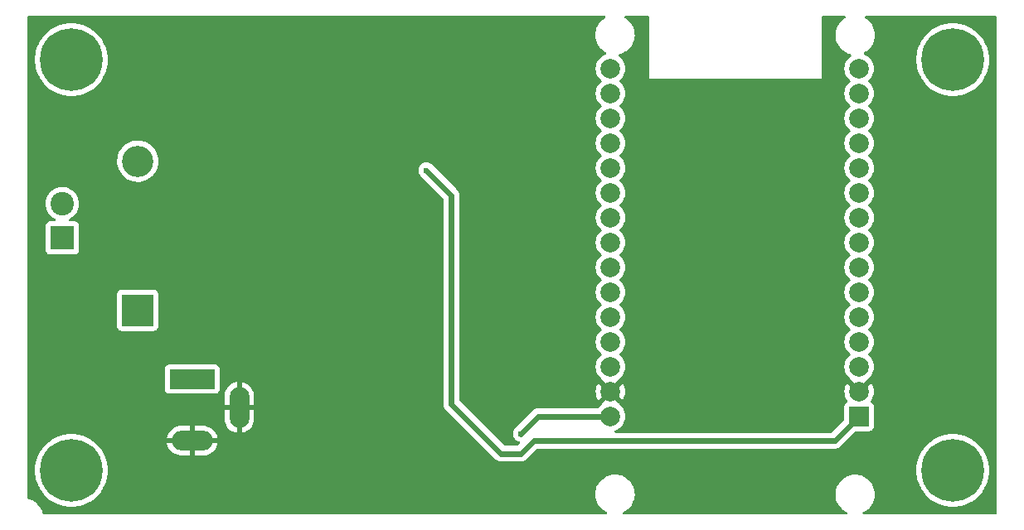
<source format=gbl>
G04 #@! TF.GenerationSoftware,KiCad,Pcbnew,(6.0.5)*
G04 #@! TF.CreationDate,2022-06-11T17:51:55-07:00*
G04 #@! TF.ProjectId,main_template,6d61696e-5f74-4656-9d70-6c6174652e6b,1*
G04 #@! TF.SameCoordinates,Original*
G04 #@! TF.FileFunction,Copper,L4,Bot*
G04 #@! TF.FilePolarity,Positive*
%FSLAX46Y46*%
G04 Gerber Fmt 4.6, Leading zero omitted, Abs format (unit mm)*
G04 Created by KiCad (PCBNEW (6.0.5)) date 2022-06-11 17:51:55*
%MOMM*%
%LPD*%
G01*
G04 APERTURE LIST*
G04 #@! TA.AperFunction,ComponentPad*
%ADD10O,2.000000X4.200000*%
G04 #@! TD*
G04 #@! TA.AperFunction,ComponentPad*
%ADD11O,4.200000X2.000000*%
G04 #@! TD*
G04 #@! TA.AperFunction,ComponentPad*
%ADD12R,4.600000X2.000000*%
G04 #@! TD*
G04 #@! TA.AperFunction,ComponentPad*
%ADD13C,0.800000*%
G04 #@! TD*
G04 #@! TA.AperFunction,ComponentPad*
%ADD14C,6.400000*%
G04 #@! TD*
G04 #@! TA.AperFunction,ComponentPad*
%ADD15C,2.400000*%
G04 #@! TD*
G04 #@! TA.AperFunction,ComponentPad*
%ADD16R,2.400000X2.400000*%
G04 #@! TD*
G04 #@! TA.AperFunction,ComponentPad*
%ADD17C,2.000000*%
G04 #@! TD*
G04 #@! TA.AperFunction,ComponentPad*
%ADD18R,2.000000X2.000000*%
G04 #@! TD*
G04 #@! TA.AperFunction,ComponentPad*
%ADD19R,3.200000X3.200000*%
G04 #@! TD*
G04 #@! TA.AperFunction,ComponentPad*
%ADD20O,3.200000X3.200000*%
G04 #@! TD*
G04 #@! TA.AperFunction,ViaPad*
%ADD21C,0.600000*%
G04 #@! TD*
G04 #@! TA.AperFunction,Conductor*
%ADD22C,0.609600*%
G04 #@! TD*
G04 APERTURE END LIST*
D10*
X92150000Y-138550000D03*
D11*
X87350000Y-141950000D03*
D12*
X87350000Y-135650000D03*
D13*
X75000000Y-147400000D03*
X73302944Y-146697056D03*
D14*
X75000000Y-145000000D03*
D13*
X75000000Y-142600000D03*
X77400000Y-145000000D03*
X73302944Y-143302944D03*
X76697056Y-143302944D03*
X72600000Y-145000000D03*
X76697056Y-146697056D03*
D14*
X75000000Y-103000000D03*
D15*
X74068000Y-117726000D03*
D16*
X74068000Y-121226000D03*
D14*
X165000000Y-103000000D03*
D17*
X130048000Y-139467000D03*
X130048000Y-136927000D03*
X130048000Y-134387000D03*
X130048000Y-131847000D03*
X130048000Y-129307000D03*
X130048000Y-126767000D03*
X130048000Y-124227000D03*
X130048000Y-121687000D03*
X130048000Y-119147000D03*
X130048000Y-116607000D03*
X130048000Y-114067000D03*
X130048000Y-111527000D03*
X130048000Y-108987000D03*
X130048000Y-106447000D03*
X130048000Y-103907000D03*
X155448000Y-103907000D03*
X155448000Y-106447000D03*
X155448000Y-108987000D03*
X155448000Y-111527000D03*
X155448000Y-114067000D03*
X155448000Y-116607000D03*
X155448000Y-119147000D03*
X155448000Y-121687000D03*
X155448000Y-124227000D03*
X155448000Y-126767000D03*
X155448000Y-129307000D03*
X155448000Y-131847000D03*
X155448000Y-134387000D03*
X155448000Y-136927000D03*
D18*
X155448000Y-139467000D03*
D14*
X165000000Y-145000000D03*
D19*
X81788000Y-128620000D03*
D20*
X81788000Y-113380000D03*
D21*
X82000000Y-103000000D03*
X84000000Y-103000000D03*
X109000000Y-103000000D03*
X164000000Y-112000000D03*
X164000000Y-115000000D03*
X118000000Y-103000000D03*
X115000000Y-103000000D03*
X112000000Y-103000000D03*
X151000000Y-131000000D03*
X151000000Y-128000000D03*
X151000000Y-125000000D03*
X151000000Y-122000000D03*
X151000000Y-119000000D03*
X142000000Y-129000000D03*
X142000000Y-125000000D03*
X142000000Y-121000000D03*
X142000000Y-117000000D03*
X142000000Y-113000000D03*
X120000000Y-136000000D03*
X120000000Y-132000000D03*
X120000000Y-128000000D03*
X99000000Y-129000000D03*
X99000000Y-126000000D03*
X93000000Y-130000000D03*
X83000000Y-132000000D03*
X81000000Y-132000000D03*
X79000000Y-132000000D03*
X86000000Y-126000000D03*
X86000000Y-124000000D03*
X86000000Y-122000000D03*
X94000000Y-113000000D03*
X97000000Y-113000000D03*
X91000000Y-113000000D03*
X112000000Y-122000000D03*
X106000000Y-126000000D03*
X106000000Y-124000000D03*
X112000000Y-121000000D03*
X111252000Y-114300000D03*
X120904000Y-141224000D03*
D22*
X152954881Y-141960119D02*
X155448000Y-139467000D01*
X122199881Y-141960119D02*
X152954881Y-141960119D01*
X113792000Y-138176000D02*
X118872000Y-143256000D01*
X113792000Y-116840000D02*
X113792000Y-138176000D01*
X118872000Y-143256000D02*
X120904000Y-143256000D01*
X120904000Y-143256000D02*
X122199881Y-141960119D01*
X111252000Y-114300000D02*
X113792000Y-116840000D01*
X122661000Y-139467000D02*
X120904000Y-141224000D01*
X130048000Y-139467000D02*
X122661000Y-139467000D01*
G04 #@! TA.AperFunction,Conductor*
G36*
X129504758Y-98528502D02*
G01*
X129551251Y-98582158D01*
X129561355Y-98652432D01*
X129531861Y-98717012D01*
X129495790Y-98745751D01*
X129454950Y-98767466D01*
X129454944Y-98767470D01*
X129451058Y-98769536D01*
X129447499Y-98772122D01*
X129447497Y-98772123D01*
X129342895Y-98848121D01*
X129223808Y-98934642D01*
X129021748Y-99129769D01*
X128848812Y-99351118D01*
X128846616Y-99354922D01*
X128846611Y-99354929D01*
X128732794Y-99552067D01*
X128708364Y-99594381D01*
X128603138Y-99854824D01*
X128602073Y-99859097D01*
X128602072Y-99859099D01*
X128568379Y-99994236D01*
X128535183Y-100127376D01*
X128505822Y-100406733D01*
X128505975Y-100411121D01*
X128505975Y-100411127D01*
X128509697Y-100517686D01*
X128515625Y-100687458D01*
X128516387Y-100691781D01*
X128516388Y-100691788D01*
X128540164Y-100826624D01*
X128564402Y-100964087D01*
X128651203Y-101231235D01*
X128774340Y-101483702D01*
X128776795Y-101487341D01*
X128776798Y-101487347D01*
X128778282Y-101489547D01*
X128931415Y-101716576D01*
X129119371Y-101925322D01*
X129334550Y-102105879D01*
X129338282Y-102108211D01*
X129572764Y-102254731D01*
X129571715Y-102256409D01*
X129616687Y-102300378D01*
X129632560Y-102369577D01*
X129608502Y-102436373D01*
X129555006Y-102478416D01*
X129365611Y-102556865D01*
X129365607Y-102556867D01*
X129361037Y-102558760D01*
X129356817Y-102561346D01*
X129162798Y-102680241D01*
X129162792Y-102680245D01*
X129158584Y-102682824D01*
X128978031Y-102837031D01*
X128823824Y-103017584D01*
X128821245Y-103021792D01*
X128821241Y-103021798D01*
X128702346Y-103215817D01*
X128699760Y-103220037D01*
X128697867Y-103224607D01*
X128697865Y-103224611D01*
X128610789Y-103434833D01*
X128608895Y-103439406D01*
X128553465Y-103670289D01*
X128534835Y-103907000D01*
X128553465Y-104143711D01*
X128608895Y-104374594D01*
X128699760Y-104593963D01*
X128702346Y-104598183D01*
X128821241Y-104792202D01*
X128821245Y-104792208D01*
X128823824Y-104796416D01*
X128978031Y-104976969D01*
X128981787Y-104980177D01*
X128981792Y-104980182D01*
X129100056Y-105081189D01*
X129138866Y-105140639D01*
X129139372Y-105211634D01*
X129100056Y-105272811D01*
X128981792Y-105373818D01*
X128981787Y-105373823D01*
X128978031Y-105377031D01*
X128823824Y-105557584D01*
X128821245Y-105561792D01*
X128821241Y-105561798D01*
X128702346Y-105755817D01*
X128699760Y-105760037D01*
X128608895Y-105979406D01*
X128553465Y-106210289D01*
X128534835Y-106447000D01*
X128553465Y-106683711D01*
X128554619Y-106688518D01*
X128554620Y-106688524D01*
X128560638Y-106713589D01*
X128608895Y-106914594D01*
X128699760Y-107133963D01*
X128702346Y-107138183D01*
X128821241Y-107332202D01*
X128821245Y-107332208D01*
X128823824Y-107336416D01*
X128978031Y-107516969D01*
X128981787Y-107520177D01*
X128981792Y-107520182D01*
X129100056Y-107621189D01*
X129138866Y-107680639D01*
X129139372Y-107751634D01*
X129100056Y-107812811D01*
X128981792Y-107913818D01*
X128981787Y-107913823D01*
X128978031Y-107917031D01*
X128823824Y-108097584D01*
X128821245Y-108101792D01*
X128821241Y-108101798D01*
X128702346Y-108295817D01*
X128699760Y-108300037D01*
X128608895Y-108519406D01*
X128553465Y-108750289D01*
X128534835Y-108987000D01*
X128553465Y-109223711D01*
X128608895Y-109454594D01*
X128699760Y-109673963D01*
X128702346Y-109678183D01*
X128821241Y-109872202D01*
X128821245Y-109872208D01*
X128823824Y-109876416D01*
X128978031Y-110056969D01*
X128981787Y-110060177D01*
X128981792Y-110060182D01*
X129100056Y-110161189D01*
X129138866Y-110220639D01*
X129139372Y-110291634D01*
X129100056Y-110352811D01*
X128981792Y-110453818D01*
X128981787Y-110453823D01*
X128978031Y-110457031D01*
X128823824Y-110637584D01*
X128821245Y-110641792D01*
X128821241Y-110641798D01*
X128702346Y-110835817D01*
X128699760Y-110840037D01*
X128608895Y-111059406D01*
X128607740Y-111064218D01*
X128557651Y-111272854D01*
X128553465Y-111290289D01*
X128534835Y-111527000D01*
X128553465Y-111763711D01*
X128554619Y-111768518D01*
X128554620Y-111768524D01*
X128589640Y-111914391D01*
X128608895Y-111994594D01*
X128610788Y-111999165D01*
X128610789Y-111999167D01*
X128626185Y-112036335D01*
X128699760Y-112213963D01*
X128702346Y-112218183D01*
X128821241Y-112412202D01*
X128821245Y-112412208D01*
X128823824Y-112416416D01*
X128978031Y-112596969D01*
X128981787Y-112600177D01*
X128981792Y-112600182D01*
X129100056Y-112701189D01*
X129138866Y-112760639D01*
X129139372Y-112831634D01*
X129100056Y-112892811D01*
X128981792Y-112993818D01*
X128981787Y-112993823D01*
X128978031Y-112997031D01*
X128823824Y-113177584D01*
X128821245Y-113181792D01*
X128821241Y-113181798D01*
X128715962Y-113353598D01*
X128699760Y-113380037D01*
X128697867Y-113384607D01*
X128697865Y-113384611D01*
X128620731Y-113570831D01*
X128608895Y-113599406D01*
X128594044Y-113661266D01*
X128563257Y-113789504D01*
X128553465Y-113830289D01*
X128534835Y-114067000D01*
X128553465Y-114303711D01*
X128554619Y-114308518D01*
X128554620Y-114308524D01*
X128574082Y-114389589D01*
X128608895Y-114534594D01*
X128610788Y-114539165D01*
X128610789Y-114539167D01*
X128675720Y-114695924D01*
X128699760Y-114753963D01*
X128702346Y-114758183D01*
X128821241Y-114952202D01*
X128821245Y-114952208D01*
X128823824Y-114956416D01*
X128935396Y-115087050D01*
X128970349Y-115127974D01*
X128978031Y-115136969D01*
X128981787Y-115140177D01*
X128981792Y-115140182D01*
X129100056Y-115241189D01*
X129138866Y-115300639D01*
X129139372Y-115371634D01*
X129100056Y-115432811D01*
X128981792Y-115533818D01*
X128981787Y-115533823D01*
X128978031Y-115537031D01*
X128823824Y-115717584D01*
X128821245Y-115721792D01*
X128821241Y-115721798D01*
X128702346Y-115915817D01*
X128699760Y-115920037D01*
X128697867Y-115924607D01*
X128697865Y-115924611D01*
X128610789Y-116134833D01*
X128608895Y-116139406D01*
X128607740Y-116144218D01*
X128562748Y-116331624D01*
X128553465Y-116370289D01*
X128534835Y-116607000D01*
X128553465Y-116843711D01*
X128554619Y-116848518D01*
X128554620Y-116848524D01*
X128578546Y-116948182D01*
X128608895Y-117074594D01*
X128610788Y-117079165D01*
X128610789Y-117079167D01*
X128672881Y-117229070D01*
X128699760Y-117293963D01*
X128702346Y-117298183D01*
X128821241Y-117492202D01*
X128821245Y-117492208D01*
X128823824Y-117496416D01*
X128978031Y-117676969D01*
X128981787Y-117680177D01*
X128981792Y-117680182D01*
X129100056Y-117781189D01*
X129138866Y-117840639D01*
X129139372Y-117911634D01*
X129100056Y-117972811D01*
X128981792Y-118073818D01*
X128981787Y-118073823D01*
X128978031Y-118077031D01*
X128823824Y-118257584D01*
X128821245Y-118261792D01*
X128821241Y-118261798D01*
X128787874Y-118316248D01*
X128699760Y-118460037D01*
X128697867Y-118464607D01*
X128697865Y-118464611D01*
X128663556Y-118547442D01*
X128608895Y-118679406D01*
X128607740Y-118684218D01*
X128568832Y-118846282D01*
X128553465Y-118910289D01*
X128534835Y-119147000D01*
X128553465Y-119383711D01*
X128554619Y-119388518D01*
X128554620Y-119388524D01*
X128585585Y-119517500D01*
X128608895Y-119614594D01*
X128610788Y-119619165D01*
X128610789Y-119619167D01*
X128680599Y-119787703D01*
X128699760Y-119833963D01*
X128702346Y-119838183D01*
X128821241Y-120032202D01*
X128821245Y-120032208D01*
X128823824Y-120036416D01*
X128978031Y-120216969D01*
X128981787Y-120220177D01*
X128981792Y-120220182D01*
X129100056Y-120321189D01*
X129138866Y-120380639D01*
X129139372Y-120451634D01*
X129100056Y-120512811D01*
X128981792Y-120613818D01*
X128981787Y-120613823D01*
X128978031Y-120617031D01*
X128823824Y-120797584D01*
X128821245Y-120801792D01*
X128821241Y-120801798D01*
X128702346Y-120995817D01*
X128699760Y-121000037D01*
X128608895Y-121219406D01*
X128553465Y-121450289D01*
X128534835Y-121687000D01*
X128553465Y-121923711D01*
X128608895Y-122154594D01*
X128699760Y-122373963D01*
X128702346Y-122378183D01*
X128821241Y-122572202D01*
X128821245Y-122572208D01*
X128823824Y-122576416D01*
X128978031Y-122756969D01*
X128981787Y-122760177D01*
X128981792Y-122760182D01*
X129100056Y-122861189D01*
X129138866Y-122920639D01*
X129139372Y-122991634D01*
X129100056Y-123052811D01*
X128981792Y-123153818D01*
X128981787Y-123153823D01*
X128978031Y-123157031D01*
X128823824Y-123337584D01*
X128821245Y-123341792D01*
X128821241Y-123341798D01*
X128702346Y-123535817D01*
X128699760Y-123540037D01*
X128608895Y-123759406D01*
X128553465Y-123990289D01*
X128534835Y-124227000D01*
X128553465Y-124463711D01*
X128608895Y-124694594D01*
X128699760Y-124913963D01*
X128702346Y-124918183D01*
X128821241Y-125112202D01*
X128821245Y-125112208D01*
X128823824Y-125116416D01*
X128978031Y-125296969D01*
X128981787Y-125300177D01*
X128981792Y-125300182D01*
X129100056Y-125401189D01*
X129138866Y-125460639D01*
X129139372Y-125531634D01*
X129100056Y-125592811D01*
X128981792Y-125693818D01*
X128981787Y-125693823D01*
X128978031Y-125697031D01*
X128823824Y-125877584D01*
X128821245Y-125881792D01*
X128821241Y-125881798D01*
X128702346Y-126075817D01*
X128699760Y-126080037D01*
X128608895Y-126299406D01*
X128607740Y-126304218D01*
X128556559Y-126517402D01*
X128553465Y-126530289D01*
X128534835Y-126767000D01*
X128553465Y-127003711D01*
X128608895Y-127234594D01*
X128699760Y-127453963D01*
X128702346Y-127458183D01*
X128821241Y-127652202D01*
X128821245Y-127652208D01*
X128823824Y-127656416D01*
X128978031Y-127836969D01*
X128981787Y-127840177D01*
X128981792Y-127840182D01*
X129100056Y-127941189D01*
X129138866Y-128000639D01*
X129139372Y-128071634D01*
X129100056Y-128132811D01*
X128981792Y-128233818D01*
X128981787Y-128233823D01*
X128978031Y-128237031D01*
X128823824Y-128417584D01*
X128821245Y-128421792D01*
X128821241Y-128421798D01*
X128702346Y-128615817D01*
X128699760Y-128620037D01*
X128608895Y-128839406D01*
X128553465Y-129070289D01*
X128534835Y-129307000D01*
X128553465Y-129543711D01*
X128608895Y-129774594D01*
X128699760Y-129993963D01*
X128702346Y-129998183D01*
X128821241Y-130192202D01*
X128821245Y-130192208D01*
X128823824Y-130196416D01*
X128978031Y-130376969D01*
X128981787Y-130380177D01*
X128981792Y-130380182D01*
X129100056Y-130481189D01*
X129138866Y-130540639D01*
X129139372Y-130611634D01*
X129100056Y-130672811D01*
X128981792Y-130773818D01*
X128981787Y-130773823D01*
X128978031Y-130777031D01*
X128823824Y-130957584D01*
X128821245Y-130961792D01*
X128821241Y-130961798D01*
X128702346Y-131155817D01*
X128699760Y-131160037D01*
X128608895Y-131379406D01*
X128553465Y-131610289D01*
X128534835Y-131847000D01*
X128553465Y-132083711D01*
X128608895Y-132314594D01*
X128699760Y-132533963D01*
X128702346Y-132538183D01*
X128821241Y-132732202D01*
X128821245Y-132732208D01*
X128823824Y-132736416D01*
X128978031Y-132916969D01*
X128981787Y-132920177D01*
X128981792Y-132920182D01*
X129100056Y-133021189D01*
X129138866Y-133080639D01*
X129139372Y-133151634D01*
X129100056Y-133212811D01*
X128981792Y-133313818D01*
X128981787Y-133313823D01*
X128978031Y-133317031D01*
X128823824Y-133497584D01*
X128821245Y-133501792D01*
X128821241Y-133501798D01*
X128702346Y-133695817D01*
X128699760Y-133700037D01*
X128608895Y-133919406D01*
X128553465Y-134150289D01*
X128534835Y-134387000D01*
X128553465Y-134623711D01*
X128608895Y-134854594D01*
X128699760Y-135073963D01*
X128702346Y-135078183D01*
X128821241Y-135272202D01*
X128821245Y-135272208D01*
X128823824Y-135276416D01*
X128978031Y-135456969D01*
X128981787Y-135460177D01*
X128981792Y-135460182D01*
X129134616Y-135590706D01*
X129173426Y-135650156D01*
X129175640Y-135684558D01*
X129183877Y-135703667D01*
X130035188Y-136554978D01*
X130049132Y-136562592D01*
X130050965Y-136562461D01*
X130057580Y-136558210D01*
X130909080Y-135706710D01*
X130918260Y-135689898D01*
X130932020Y-135626650D01*
X130960776Y-135591225D01*
X131114213Y-135460177D01*
X131117969Y-135456969D01*
X131272176Y-135276416D01*
X131274755Y-135272208D01*
X131274759Y-135272202D01*
X131393654Y-135078183D01*
X131396240Y-135073963D01*
X131487105Y-134854594D01*
X131542535Y-134623711D01*
X131561165Y-134387000D01*
X131542535Y-134150289D01*
X131487105Y-133919406D01*
X131396240Y-133700037D01*
X131393654Y-133695817D01*
X131274759Y-133501798D01*
X131274755Y-133501792D01*
X131272176Y-133497584D01*
X131117969Y-133317031D01*
X131114213Y-133313823D01*
X131114208Y-133313818D01*
X130995944Y-133212811D01*
X130957134Y-133153361D01*
X130956628Y-133082366D01*
X130995944Y-133021189D01*
X131114208Y-132920182D01*
X131114213Y-132920177D01*
X131117969Y-132916969D01*
X131272176Y-132736416D01*
X131274755Y-132732208D01*
X131274759Y-132732202D01*
X131393654Y-132538183D01*
X131396240Y-132533963D01*
X131487105Y-132314594D01*
X131542535Y-132083711D01*
X131561165Y-131847000D01*
X131542535Y-131610289D01*
X131487105Y-131379406D01*
X131396240Y-131160037D01*
X131393654Y-131155817D01*
X131274759Y-130961798D01*
X131274755Y-130961792D01*
X131272176Y-130957584D01*
X131117969Y-130777031D01*
X131114213Y-130773823D01*
X131114208Y-130773818D01*
X130995944Y-130672811D01*
X130957134Y-130613361D01*
X130956628Y-130542366D01*
X130995944Y-130481189D01*
X131114208Y-130380182D01*
X131114213Y-130380177D01*
X131117969Y-130376969D01*
X131272176Y-130196416D01*
X131274755Y-130192208D01*
X131274759Y-130192202D01*
X131393654Y-129998183D01*
X131396240Y-129993963D01*
X131487105Y-129774594D01*
X131542535Y-129543711D01*
X131561165Y-129307000D01*
X131542535Y-129070289D01*
X131487105Y-128839406D01*
X131396240Y-128620037D01*
X131393654Y-128615817D01*
X131274759Y-128421798D01*
X131274755Y-128421792D01*
X131272176Y-128417584D01*
X131117969Y-128237031D01*
X131114213Y-128233823D01*
X131114208Y-128233818D01*
X130995944Y-128132811D01*
X130957134Y-128073361D01*
X130956628Y-128002366D01*
X130995944Y-127941189D01*
X131114208Y-127840182D01*
X131114213Y-127840177D01*
X131117969Y-127836969D01*
X131272176Y-127656416D01*
X131274755Y-127652208D01*
X131274759Y-127652202D01*
X131393654Y-127458183D01*
X131396240Y-127453963D01*
X131487105Y-127234594D01*
X131542535Y-127003711D01*
X131561165Y-126767000D01*
X131542535Y-126530289D01*
X131539442Y-126517402D01*
X131488260Y-126304218D01*
X131487105Y-126299406D01*
X131396240Y-126080037D01*
X131393654Y-126075817D01*
X131274759Y-125881798D01*
X131274755Y-125881792D01*
X131272176Y-125877584D01*
X131117969Y-125697031D01*
X131114213Y-125693823D01*
X131114208Y-125693818D01*
X130995944Y-125592811D01*
X130957134Y-125533361D01*
X130956628Y-125462366D01*
X130995944Y-125401189D01*
X131114208Y-125300182D01*
X131114213Y-125300177D01*
X131117969Y-125296969D01*
X131272176Y-125116416D01*
X131274755Y-125112208D01*
X131274759Y-125112202D01*
X131393654Y-124918183D01*
X131396240Y-124913963D01*
X131487105Y-124694594D01*
X131542535Y-124463711D01*
X131561165Y-124227000D01*
X131542535Y-123990289D01*
X131487105Y-123759406D01*
X131396240Y-123540037D01*
X131393654Y-123535817D01*
X131274759Y-123341798D01*
X131274755Y-123341792D01*
X131272176Y-123337584D01*
X131117969Y-123157031D01*
X131114213Y-123153823D01*
X131114208Y-123153818D01*
X130995944Y-123052811D01*
X130957134Y-122993361D01*
X130956628Y-122922366D01*
X130995944Y-122861189D01*
X131114208Y-122760182D01*
X131114213Y-122760177D01*
X131117969Y-122756969D01*
X131272176Y-122576416D01*
X131274755Y-122572208D01*
X131274759Y-122572202D01*
X131393654Y-122378183D01*
X131396240Y-122373963D01*
X131487105Y-122154594D01*
X131542535Y-121923711D01*
X131561165Y-121687000D01*
X131542535Y-121450289D01*
X131487105Y-121219406D01*
X131396240Y-121000037D01*
X131393654Y-120995817D01*
X131274759Y-120801798D01*
X131274755Y-120801792D01*
X131272176Y-120797584D01*
X131117969Y-120617031D01*
X131114213Y-120613823D01*
X131114208Y-120613818D01*
X130995944Y-120512811D01*
X130957134Y-120453361D01*
X130956628Y-120382366D01*
X130995944Y-120321189D01*
X131114208Y-120220182D01*
X131114213Y-120220177D01*
X131117969Y-120216969D01*
X131272176Y-120036416D01*
X131274755Y-120032208D01*
X131274759Y-120032202D01*
X131393654Y-119838183D01*
X131396240Y-119833963D01*
X131415402Y-119787703D01*
X131485211Y-119619167D01*
X131485212Y-119619165D01*
X131487105Y-119614594D01*
X131510415Y-119517500D01*
X131541380Y-119388524D01*
X131541381Y-119388518D01*
X131542535Y-119383711D01*
X131561165Y-119147000D01*
X131542535Y-118910289D01*
X131527169Y-118846282D01*
X131488260Y-118684218D01*
X131487105Y-118679406D01*
X131432444Y-118547442D01*
X131398135Y-118464611D01*
X131398133Y-118464607D01*
X131396240Y-118460037D01*
X131308126Y-118316248D01*
X131274759Y-118261798D01*
X131274755Y-118261792D01*
X131272176Y-118257584D01*
X131117969Y-118077031D01*
X131114213Y-118073823D01*
X131114208Y-118073818D01*
X130995944Y-117972811D01*
X130957134Y-117913361D01*
X130956628Y-117842366D01*
X130995944Y-117781189D01*
X131114208Y-117680182D01*
X131114213Y-117680177D01*
X131117969Y-117676969D01*
X131272176Y-117496416D01*
X131274755Y-117492208D01*
X131274759Y-117492202D01*
X131393654Y-117298183D01*
X131396240Y-117293963D01*
X131423120Y-117229070D01*
X131485211Y-117079167D01*
X131485212Y-117079165D01*
X131487105Y-117074594D01*
X131517454Y-116948182D01*
X131541380Y-116848524D01*
X131541381Y-116848518D01*
X131542535Y-116843711D01*
X131561165Y-116607000D01*
X131542535Y-116370289D01*
X131533253Y-116331624D01*
X131488260Y-116144218D01*
X131487105Y-116139406D01*
X131485211Y-116134833D01*
X131398135Y-115924611D01*
X131398133Y-115924607D01*
X131396240Y-115920037D01*
X131393654Y-115915817D01*
X131274759Y-115721798D01*
X131274755Y-115721792D01*
X131272176Y-115717584D01*
X131117969Y-115537031D01*
X131114213Y-115533823D01*
X131114208Y-115533818D01*
X130995944Y-115432811D01*
X130957134Y-115373361D01*
X130956628Y-115302366D01*
X130995944Y-115241189D01*
X131114208Y-115140182D01*
X131114213Y-115140177D01*
X131117969Y-115136969D01*
X131125652Y-115127974D01*
X131160604Y-115087050D01*
X131272176Y-114956416D01*
X131274755Y-114952208D01*
X131274759Y-114952202D01*
X131393654Y-114758183D01*
X131396240Y-114753963D01*
X131420281Y-114695924D01*
X131485211Y-114539167D01*
X131485212Y-114539165D01*
X131487105Y-114534594D01*
X131521918Y-114389589D01*
X131541380Y-114308524D01*
X131541381Y-114308518D01*
X131542535Y-114303711D01*
X131561165Y-114067000D01*
X131542535Y-113830289D01*
X131532744Y-113789504D01*
X131501956Y-113661266D01*
X131487105Y-113599406D01*
X131475269Y-113570831D01*
X131398135Y-113384611D01*
X131398133Y-113384607D01*
X131396240Y-113380037D01*
X131380038Y-113353598D01*
X131274759Y-113181798D01*
X131274755Y-113181792D01*
X131272176Y-113177584D01*
X131117969Y-112997031D01*
X131114213Y-112993823D01*
X131114208Y-112993818D01*
X130995944Y-112892811D01*
X130957134Y-112833361D01*
X130956628Y-112762366D01*
X130995944Y-112701189D01*
X131114208Y-112600182D01*
X131114213Y-112600177D01*
X131117969Y-112596969D01*
X131272176Y-112416416D01*
X131274755Y-112412208D01*
X131274759Y-112412202D01*
X131393654Y-112218183D01*
X131396240Y-112213963D01*
X131469816Y-112036335D01*
X131485211Y-111999167D01*
X131485212Y-111999165D01*
X131487105Y-111994594D01*
X131506360Y-111914391D01*
X131541380Y-111768524D01*
X131541381Y-111768518D01*
X131542535Y-111763711D01*
X131561165Y-111527000D01*
X131542535Y-111290289D01*
X131538350Y-111272854D01*
X131488260Y-111064218D01*
X131487105Y-111059406D01*
X131396240Y-110840037D01*
X131393654Y-110835817D01*
X131274759Y-110641798D01*
X131274755Y-110641792D01*
X131272176Y-110637584D01*
X131117969Y-110457031D01*
X131114213Y-110453823D01*
X131114208Y-110453818D01*
X130995944Y-110352811D01*
X130957134Y-110293361D01*
X130956628Y-110222366D01*
X130995944Y-110161189D01*
X131114208Y-110060182D01*
X131114213Y-110060177D01*
X131117969Y-110056969D01*
X131272176Y-109876416D01*
X131274755Y-109872208D01*
X131274759Y-109872202D01*
X131393654Y-109678183D01*
X131396240Y-109673963D01*
X131487105Y-109454594D01*
X131542535Y-109223711D01*
X131561165Y-108987000D01*
X131542535Y-108750289D01*
X131487105Y-108519406D01*
X131396240Y-108300037D01*
X131393654Y-108295817D01*
X131274759Y-108101798D01*
X131274755Y-108101792D01*
X131272176Y-108097584D01*
X131117969Y-107917031D01*
X131114213Y-107913823D01*
X131114208Y-107913818D01*
X130995944Y-107812811D01*
X130957134Y-107753361D01*
X130956628Y-107682366D01*
X130995944Y-107621189D01*
X131114208Y-107520182D01*
X131114213Y-107520177D01*
X131117969Y-107516969D01*
X131272176Y-107336416D01*
X131274755Y-107332208D01*
X131274759Y-107332202D01*
X131393654Y-107138183D01*
X131396240Y-107133963D01*
X131487105Y-106914594D01*
X131535362Y-106713589D01*
X131541380Y-106688524D01*
X131541381Y-106688518D01*
X131542535Y-106683711D01*
X131561165Y-106447000D01*
X131542535Y-106210289D01*
X131487105Y-105979406D01*
X131396240Y-105760037D01*
X131393654Y-105755817D01*
X131274759Y-105561798D01*
X131274755Y-105561792D01*
X131272176Y-105557584D01*
X131117969Y-105377031D01*
X131114213Y-105373823D01*
X131114208Y-105373818D01*
X130995944Y-105272811D01*
X130957134Y-105213361D01*
X130956628Y-105142366D01*
X130995944Y-105081189D01*
X131114208Y-104980182D01*
X131114213Y-104980177D01*
X131117969Y-104976969D01*
X131272176Y-104796416D01*
X131274755Y-104792208D01*
X131274759Y-104792202D01*
X131393654Y-104598183D01*
X131396240Y-104593963D01*
X131487105Y-104374594D01*
X131542535Y-104143711D01*
X131561165Y-103907000D01*
X131542535Y-103670289D01*
X131487105Y-103439406D01*
X131485211Y-103434833D01*
X131398135Y-103224611D01*
X131398133Y-103224607D01*
X131396240Y-103220037D01*
X131393654Y-103215817D01*
X131274759Y-103021798D01*
X131274755Y-103021792D01*
X131272176Y-103017584D01*
X131117969Y-102837031D01*
X130937416Y-102682824D01*
X130933196Y-102680238D01*
X130913974Y-102668458D01*
X130866343Y-102615810D01*
X130854737Y-102545768D01*
X130882841Y-102480571D01*
X130941732Y-102440918D01*
X130953608Y-102437780D01*
X131072970Y-102412409D01*
X131077099Y-102410906D01*
X131077103Y-102410905D01*
X131332781Y-102317846D01*
X131332785Y-102317844D01*
X131336926Y-102316337D01*
X131584942Y-102184464D01*
X131689896Y-102108211D01*
X131808629Y-102021947D01*
X131808632Y-102021944D01*
X131812192Y-102019358D01*
X132014252Y-101824231D01*
X132187188Y-101602882D01*
X132189384Y-101599078D01*
X132189389Y-101599071D01*
X132325435Y-101363431D01*
X132327636Y-101359619D01*
X132432862Y-101099176D01*
X132466544Y-100964087D01*
X132499753Y-100830893D01*
X132499754Y-100830888D01*
X132500817Y-100826624D01*
X132501517Y-100819971D01*
X132529719Y-100551636D01*
X132529719Y-100551633D01*
X132530178Y-100547267D01*
X132520375Y-100266542D01*
X132496608Y-100131749D01*
X132472360Y-99994236D01*
X132471598Y-99989913D01*
X132384797Y-99722765D01*
X132261660Y-99470298D01*
X132259205Y-99466659D01*
X132259202Y-99466653D01*
X132151695Y-99307268D01*
X132104585Y-99237424D01*
X131916629Y-99028678D01*
X131701450Y-98848121D01*
X131530586Y-98741353D01*
X131483416Y-98688293D01*
X131472421Y-98618153D01*
X131501092Y-98553203D01*
X131560326Y-98514064D01*
X131597356Y-98508500D01*
X133842000Y-98508500D01*
X133910121Y-98528502D01*
X133956614Y-98582158D01*
X133968000Y-98634500D01*
X133968000Y-104967000D01*
X151658000Y-104967000D01*
X151658000Y-98634500D01*
X151678002Y-98566379D01*
X151731658Y-98519886D01*
X151784000Y-98508500D01*
X153946637Y-98508500D01*
X154014758Y-98528502D01*
X154061251Y-98582158D01*
X154071355Y-98652432D01*
X154041861Y-98717012D01*
X154005790Y-98745751D01*
X153964950Y-98767466D01*
X153964944Y-98767470D01*
X153961058Y-98769536D01*
X153957499Y-98772122D01*
X153957497Y-98772123D01*
X153852895Y-98848121D01*
X153733808Y-98934642D01*
X153531748Y-99129769D01*
X153358812Y-99351118D01*
X153356616Y-99354922D01*
X153356611Y-99354929D01*
X153242794Y-99552067D01*
X153218364Y-99594381D01*
X153113138Y-99854824D01*
X153112073Y-99859097D01*
X153112072Y-99859099D01*
X153078379Y-99994236D01*
X153045183Y-100127376D01*
X153015822Y-100406733D01*
X153015975Y-100411121D01*
X153015975Y-100411127D01*
X153019697Y-100517686D01*
X153025625Y-100687458D01*
X153026387Y-100691781D01*
X153026388Y-100691788D01*
X153050164Y-100826624D01*
X153074402Y-100964087D01*
X153161203Y-101231235D01*
X153284340Y-101483702D01*
X153286795Y-101487341D01*
X153286798Y-101487347D01*
X153288282Y-101489547D01*
X153441415Y-101716576D01*
X153629371Y-101925322D01*
X153844550Y-102105879D01*
X154082764Y-102254731D01*
X154339375Y-102368982D01*
X154343603Y-102370194D01*
X154343602Y-102370194D01*
X154562333Y-102432914D01*
X154622302Y-102470918D01*
X154652204Y-102535310D01*
X154642547Y-102605647D01*
X154593437Y-102661466D01*
X154562803Y-102680238D01*
X154562802Y-102680239D01*
X154558584Y-102682824D01*
X154378031Y-102837031D01*
X154223824Y-103017584D01*
X154221245Y-103021792D01*
X154221241Y-103021798D01*
X154102346Y-103215817D01*
X154099760Y-103220037D01*
X154097867Y-103224607D01*
X154097865Y-103224611D01*
X154010789Y-103434833D01*
X154008895Y-103439406D01*
X153953465Y-103670289D01*
X153934835Y-103907000D01*
X153953465Y-104143711D01*
X154008895Y-104374594D01*
X154099760Y-104593963D01*
X154102346Y-104598183D01*
X154221241Y-104792202D01*
X154221245Y-104792208D01*
X154223824Y-104796416D01*
X154378031Y-104976969D01*
X154381787Y-104980177D01*
X154381792Y-104980182D01*
X154500056Y-105081189D01*
X154538866Y-105140639D01*
X154539372Y-105211634D01*
X154500056Y-105272811D01*
X154381792Y-105373818D01*
X154381787Y-105373823D01*
X154378031Y-105377031D01*
X154223824Y-105557584D01*
X154221245Y-105561792D01*
X154221241Y-105561798D01*
X154102346Y-105755817D01*
X154099760Y-105760037D01*
X154008895Y-105979406D01*
X153953465Y-106210289D01*
X153934835Y-106447000D01*
X153953465Y-106683711D01*
X153954619Y-106688518D01*
X153954620Y-106688524D01*
X153960638Y-106713589D01*
X154008895Y-106914594D01*
X154099760Y-107133963D01*
X154102346Y-107138183D01*
X154221241Y-107332202D01*
X154221245Y-107332208D01*
X154223824Y-107336416D01*
X154378031Y-107516969D01*
X154381787Y-107520177D01*
X154381792Y-107520182D01*
X154500056Y-107621189D01*
X154538866Y-107680639D01*
X154539372Y-107751634D01*
X154500056Y-107812811D01*
X154381792Y-107913818D01*
X154381787Y-107913823D01*
X154378031Y-107917031D01*
X154223824Y-108097584D01*
X154221245Y-108101792D01*
X154221241Y-108101798D01*
X154102346Y-108295817D01*
X154099760Y-108300037D01*
X154008895Y-108519406D01*
X153953465Y-108750289D01*
X153934835Y-108987000D01*
X153953465Y-109223711D01*
X154008895Y-109454594D01*
X154099760Y-109673963D01*
X154102346Y-109678183D01*
X154221241Y-109872202D01*
X154221245Y-109872208D01*
X154223824Y-109876416D01*
X154378031Y-110056969D01*
X154381787Y-110060177D01*
X154381792Y-110060182D01*
X154500056Y-110161189D01*
X154538866Y-110220639D01*
X154539372Y-110291634D01*
X154500056Y-110352811D01*
X154381792Y-110453818D01*
X154381787Y-110453823D01*
X154378031Y-110457031D01*
X154223824Y-110637584D01*
X154221245Y-110641792D01*
X154221241Y-110641798D01*
X154102346Y-110835817D01*
X154099760Y-110840037D01*
X154008895Y-111059406D01*
X154007740Y-111064218D01*
X153957651Y-111272854D01*
X153953465Y-111290289D01*
X153934835Y-111527000D01*
X153953465Y-111763711D01*
X153954619Y-111768518D01*
X153954620Y-111768524D01*
X153989640Y-111914391D01*
X154008895Y-111994594D01*
X154010788Y-111999165D01*
X154010789Y-111999167D01*
X154026185Y-112036335D01*
X154099760Y-112213963D01*
X154102346Y-112218183D01*
X154221241Y-112412202D01*
X154221245Y-112412208D01*
X154223824Y-112416416D01*
X154378031Y-112596969D01*
X154381787Y-112600177D01*
X154381792Y-112600182D01*
X154500056Y-112701189D01*
X154538866Y-112760639D01*
X154539372Y-112831634D01*
X154500056Y-112892811D01*
X154381792Y-112993818D01*
X154381787Y-112993823D01*
X154378031Y-112997031D01*
X154223824Y-113177584D01*
X154221245Y-113181792D01*
X154221241Y-113181798D01*
X154115962Y-113353598D01*
X154099760Y-113380037D01*
X154097867Y-113384607D01*
X154097865Y-113384611D01*
X154020731Y-113570831D01*
X154008895Y-113599406D01*
X153994044Y-113661266D01*
X153963257Y-113789504D01*
X153953465Y-113830289D01*
X153934835Y-114067000D01*
X153953465Y-114303711D01*
X153954619Y-114308518D01*
X153954620Y-114308524D01*
X153974082Y-114389589D01*
X154008895Y-114534594D01*
X154010788Y-114539165D01*
X154010789Y-114539167D01*
X154075720Y-114695924D01*
X154099760Y-114753963D01*
X154102346Y-114758183D01*
X154221241Y-114952202D01*
X154221245Y-114952208D01*
X154223824Y-114956416D01*
X154335396Y-115087050D01*
X154370349Y-115127974D01*
X154378031Y-115136969D01*
X154381787Y-115140177D01*
X154381792Y-115140182D01*
X154500056Y-115241189D01*
X154538866Y-115300639D01*
X154539372Y-115371634D01*
X154500056Y-115432811D01*
X154381792Y-115533818D01*
X154381787Y-115533823D01*
X154378031Y-115537031D01*
X154223824Y-115717584D01*
X154221245Y-115721792D01*
X154221241Y-115721798D01*
X154102346Y-115915817D01*
X154099760Y-115920037D01*
X154097867Y-115924607D01*
X154097865Y-115924611D01*
X154010789Y-116134833D01*
X154008895Y-116139406D01*
X154007740Y-116144218D01*
X153962748Y-116331624D01*
X153953465Y-116370289D01*
X153934835Y-116607000D01*
X153953465Y-116843711D01*
X153954619Y-116848518D01*
X153954620Y-116848524D01*
X153978546Y-116948182D01*
X154008895Y-117074594D01*
X154010788Y-117079165D01*
X154010789Y-117079167D01*
X154072881Y-117229070D01*
X154099760Y-117293963D01*
X154102346Y-117298183D01*
X154221241Y-117492202D01*
X154221245Y-117492208D01*
X154223824Y-117496416D01*
X154378031Y-117676969D01*
X154381787Y-117680177D01*
X154381792Y-117680182D01*
X154500056Y-117781189D01*
X154538866Y-117840639D01*
X154539372Y-117911634D01*
X154500056Y-117972811D01*
X154381792Y-118073818D01*
X154381787Y-118073823D01*
X154378031Y-118077031D01*
X154223824Y-118257584D01*
X154221245Y-118261792D01*
X154221241Y-118261798D01*
X154187874Y-118316248D01*
X154099760Y-118460037D01*
X154097867Y-118464607D01*
X154097865Y-118464611D01*
X154063556Y-118547442D01*
X154008895Y-118679406D01*
X154007740Y-118684218D01*
X153968832Y-118846282D01*
X153953465Y-118910289D01*
X153934835Y-119147000D01*
X153953465Y-119383711D01*
X153954619Y-119388518D01*
X153954620Y-119388524D01*
X153985585Y-119517500D01*
X154008895Y-119614594D01*
X154010788Y-119619165D01*
X154010789Y-119619167D01*
X154080599Y-119787703D01*
X154099760Y-119833963D01*
X154102346Y-119838183D01*
X154221241Y-120032202D01*
X154221245Y-120032208D01*
X154223824Y-120036416D01*
X154378031Y-120216969D01*
X154381787Y-120220177D01*
X154381792Y-120220182D01*
X154500056Y-120321189D01*
X154538866Y-120380639D01*
X154539372Y-120451634D01*
X154500056Y-120512811D01*
X154381792Y-120613818D01*
X154381787Y-120613823D01*
X154378031Y-120617031D01*
X154223824Y-120797584D01*
X154221245Y-120801792D01*
X154221241Y-120801798D01*
X154102346Y-120995817D01*
X154099760Y-121000037D01*
X154008895Y-121219406D01*
X153953465Y-121450289D01*
X153934835Y-121687000D01*
X153953465Y-121923711D01*
X154008895Y-122154594D01*
X154099760Y-122373963D01*
X154102346Y-122378183D01*
X154221241Y-122572202D01*
X154221245Y-122572208D01*
X154223824Y-122576416D01*
X154378031Y-122756969D01*
X154381787Y-122760177D01*
X154381792Y-122760182D01*
X154500056Y-122861189D01*
X154538866Y-122920639D01*
X154539372Y-122991634D01*
X154500056Y-123052811D01*
X154381792Y-123153818D01*
X154381787Y-123153823D01*
X154378031Y-123157031D01*
X154223824Y-123337584D01*
X154221245Y-123341792D01*
X154221241Y-123341798D01*
X154102346Y-123535817D01*
X154099760Y-123540037D01*
X154008895Y-123759406D01*
X153953465Y-123990289D01*
X153934835Y-124227000D01*
X153953465Y-124463711D01*
X154008895Y-124694594D01*
X154099760Y-124913963D01*
X154102346Y-124918183D01*
X154221241Y-125112202D01*
X154221245Y-125112208D01*
X154223824Y-125116416D01*
X154378031Y-125296969D01*
X154381787Y-125300177D01*
X154381792Y-125300182D01*
X154500056Y-125401189D01*
X154538866Y-125460639D01*
X154539372Y-125531634D01*
X154500056Y-125592811D01*
X154381792Y-125693818D01*
X154381787Y-125693823D01*
X154378031Y-125697031D01*
X154223824Y-125877584D01*
X154221245Y-125881792D01*
X154221241Y-125881798D01*
X154102346Y-126075817D01*
X154099760Y-126080037D01*
X154008895Y-126299406D01*
X154007740Y-126304218D01*
X153956559Y-126517402D01*
X153953465Y-126530289D01*
X153934835Y-126767000D01*
X153953465Y-127003711D01*
X154008895Y-127234594D01*
X154099760Y-127453963D01*
X154102346Y-127458183D01*
X154221241Y-127652202D01*
X154221245Y-127652208D01*
X154223824Y-127656416D01*
X154378031Y-127836969D01*
X154381787Y-127840177D01*
X154381792Y-127840182D01*
X154500056Y-127941189D01*
X154538866Y-128000639D01*
X154539372Y-128071634D01*
X154500056Y-128132811D01*
X154381792Y-128233818D01*
X154381787Y-128233823D01*
X154378031Y-128237031D01*
X154223824Y-128417584D01*
X154221245Y-128421792D01*
X154221241Y-128421798D01*
X154102346Y-128615817D01*
X154099760Y-128620037D01*
X154008895Y-128839406D01*
X153953465Y-129070289D01*
X153934835Y-129307000D01*
X153953465Y-129543711D01*
X154008895Y-129774594D01*
X154099760Y-129993963D01*
X154102346Y-129998183D01*
X154221241Y-130192202D01*
X154221245Y-130192208D01*
X154223824Y-130196416D01*
X154378031Y-130376969D01*
X154381787Y-130380177D01*
X154381792Y-130380182D01*
X154500056Y-130481189D01*
X154538866Y-130540639D01*
X154539372Y-130611634D01*
X154500056Y-130672811D01*
X154381792Y-130773818D01*
X154381787Y-130773823D01*
X154378031Y-130777031D01*
X154223824Y-130957584D01*
X154221245Y-130961792D01*
X154221241Y-130961798D01*
X154102346Y-131155817D01*
X154099760Y-131160037D01*
X154008895Y-131379406D01*
X153953465Y-131610289D01*
X153934835Y-131847000D01*
X153953465Y-132083711D01*
X154008895Y-132314594D01*
X154099760Y-132533963D01*
X154102346Y-132538183D01*
X154221241Y-132732202D01*
X154221245Y-132732208D01*
X154223824Y-132736416D01*
X154378031Y-132916969D01*
X154381787Y-132920177D01*
X154381792Y-132920182D01*
X154500056Y-133021189D01*
X154538866Y-133080639D01*
X154539372Y-133151634D01*
X154500056Y-133212811D01*
X154381792Y-133313818D01*
X154381787Y-133313823D01*
X154378031Y-133317031D01*
X154223824Y-133497584D01*
X154221245Y-133501792D01*
X154221241Y-133501798D01*
X154102346Y-133695817D01*
X154099760Y-133700037D01*
X154008895Y-133919406D01*
X153953465Y-134150289D01*
X153934835Y-134387000D01*
X153953465Y-134623711D01*
X154008895Y-134854594D01*
X154099760Y-135073963D01*
X154102346Y-135078183D01*
X154221241Y-135272202D01*
X154221245Y-135272208D01*
X154223824Y-135276416D01*
X154378031Y-135456969D01*
X154381787Y-135460177D01*
X154381792Y-135460182D01*
X154534616Y-135590706D01*
X154573426Y-135650156D01*
X154575640Y-135684558D01*
X154583877Y-135703667D01*
X155435188Y-136554978D01*
X155449132Y-136562592D01*
X155450965Y-136562461D01*
X155457580Y-136558210D01*
X156309080Y-135706710D01*
X156318260Y-135689898D01*
X156332020Y-135626650D01*
X156360776Y-135591225D01*
X156514213Y-135460177D01*
X156517969Y-135456969D01*
X156672176Y-135276416D01*
X156674755Y-135272208D01*
X156674759Y-135272202D01*
X156793654Y-135078183D01*
X156796240Y-135073963D01*
X156887105Y-134854594D01*
X156942535Y-134623711D01*
X156961165Y-134387000D01*
X156942535Y-134150289D01*
X156887105Y-133919406D01*
X156796240Y-133700037D01*
X156793654Y-133695817D01*
X156674759Y-133501798D01*
X156674755Y-133501792D01*
X156672176Y-133497584D01*
X156517969Y-133317031D01*
X156514213Y-133313823D01*
X156514208Y-133313818D01*
X156395944Y-133212811D01*
X156357134Y-133153361D01*
X156356628Y-133082366D01*
X156395944Y-133021189D01*
X156514208Y-132920182D01*
X156514213Y-132920177D01*
X156517969Y-132916969D01*
X156672176Y-132736416D01*
X156674755Y-132732208D01*
X156674759Y-132732202D01*
X156793654Y-132538183D01*
X156796240Y-132533963D01*
X156887105Y-132314594D01*
X156942535Y-132083711D01*
X156961165Y-131847000D01*
X156942535Y-131610289D01*
X156887105Y-131379406D01*
X156796240Y-131160037D01*
X156793654Y-131155817D01*
X156674759Y-130961798D01*
X156674755Y-130961792D01*
X156672176Y-130957584D01*
X156517969Y-130777031D01*
X156514213Y-130773823D01*
X156514208Y-130773818D01*
X156395944Y-130672811D01*
X156357134Y-130613361D01*
X156356628Y-130542366D01*
X156395944Y-130481189D01*
X156514208Y-130380182D01*
X156514213Y-130380177D01*
X156517969Y-130376969D01*
X156672176Y-130196416D01*
X156674755Y-130192208D01*
X156674759Y-130192202D01*
X156793654Y-129998183D01*
X156796240Y-129993963D01*
X156887105Y-129774594D01*
X156942535Y-129543711D01*
X156961165Y-129307000D01*
X156942535Y-129070289D01*
X156887105Y-128839406D01*
X156796240Y-128620037D01*
X156793654Y-128615817D01*
X156674759Y-128421798D01*
X156674755Y-128421792D01*
X156672176Y-128417584D01*
X156517969Y-128237031D01*
X156514213Y-128233823D01*
X156514208Y-128233818D01*
X156395944Y-128132811D01*
X156357134Y-128073361D01*
X156356628Y-128002366D01*
X156395944Y-127941189D01*
X156514208Y-127840182D01*
X156514213Y-127840177D01*
X156517969Y-127836969D01*
X156672176Y-127656416D01*
X156674755Y-127652208D01*
X156674759Y-127652202D01*
X156793654Y-127458183D01*
X156796240Y-127453963D01*
X156887105Y-127234594D01*
X156942535Y-127003711D01*
X156961165Y-126767000D01*
X156942535Y-126530289D01*
X156939442Y-126517402D01*
X156888260Y-126304218D01*
X156887105Y-126299406D01*
X156796240Y-126080037D01*
X156793654Y-126075817D01*
X156674759Y-125881798D01*
X156674755Y-125881792D01*
X156672176Y-125877584D01*
X156517969Y-125697031D01*
X156514213Y-125693823D01*
X156514208Y-125693818D01*
X156395944Y-125592811D01*
X156357134Y-125533361D01*
X156356628Y-125462366D01*
X156395944Y-125401189D01*
X156514208Y-125300182D01*
X156514213Y-125300177D01*
X156517969Y-125296969D01*
X156672176Y-125116416D01*
X156674755Y-125112208D01*
X156674759Y-125112202D01*
X156793654Y-124918183D01*
X156796240Y-124913963D01*
X156887105Y-124694594D01*
X156942535Y-124463711D01*
X156961165Y-124227000D01*
X156942535Y-123990289D01*
X156887105Y-123759406D01*
X156796240Y-123540037D01*
X156793654Y-123535817D01*
X156674759Y-123341798D01*
X156674755Y-123341792D01*
X156672176Y-123337584D01*
X156517969Y-123157031D01*
X156514213Y-123153823D01*
X156514208Y-123153818D01*
X156395944Y-123052811D01*
X156357134Y-122993361D01*
X156356628Y-122922366D01*
X156395944Y-122861189D01*
X156514208Y-122760182D01*
X156514213Y-122760177D01*
X156517969Y-122756969D01*
X156672176Y-122576416D01*
X156674755Y-122572208D01*
X156674759Y-122572202D01*
X156793654Y-122378183D01*
X156796240Y-122373963D01*
X156887105Y-122154594D01*
X156942535Y-121923711D01*
X156961165Y-121687000D01*
X156942535Y-121450289D01*
X156887105Y-121219406D01*
X156796240Y-121000037D01*
X156793654Y-120995817D01*
X156674759Y-120801798D01*
X156674755Y-120801792D01*
X156672176Y-120797584D01*
X156517969Y-120617031D01*
X156514213Y-120613823D01*
X156514208Y-120613818D01*
X156395944Y-120512811D01*
X156357134Y-120453361D01*
X156356628Y-120382366D01*
X156395944Y-120321189D01*
X156514208Y-120220182D01*
X156514213Y-120220177D01*
X156517969Y-120216969D01*
X156672176Y-120036416D01*
X156674755Y-120032208D01*
X156674759Y-120032202D01*
X156793654Y-119838183D01*
X156796240Y-119833963D01*
X156815402Y-119787703D01*
X156885211Y-119619167D01*
X156885212Y-119619165D01*
X156887105Y-119614594D01*
X156910415Y-119517500D01*
X156941380Y-119388524D01*
X156941381Y-119388518D01*
X156942535Y-119383711D01*
X156961165Y-119147000D01*
X156942535Y-118910289D01*
X156927169Y-118846282D01*
X156888260Y-118684218D01*
X156887105Y-118679406D01*
X156832444Y-118547442D01*
X156798135Y-118464611D01*
X156798133Y-118464607D01*
X156796240Y-118460037D01*
X156708126Y-118316248D01*
X156674759Y-118261798D01*
X156674755Y-118261792D01*
X156672176Y-118257584D01*
X156517969Y-118077031D01*
X156514213Y-118073823D01*
X156514208Y-118073818D01*
X156395944Y-117972811D01*
X156357134Y-117913361D01*
X156356628Y-117842366D01*
X156395944Y-117781189D01*
X156514208Y-117680182D01*
X156514213Y-117680177D01*
X156517969Y-117676969D01*
X156672176Y-117496416D01*
X156674755Y-117492208D01*
X156674759Y-117492202D01*
X156793654Y-117298183D01*
X156796240Y-117293963D01*
X156823120Y-117229070D01*
X156885211Y-117079167D01*
X156885212Y-117079165D01*
X156887105Y-117074594D01*
X156917454Y-116948182D01*
X156941380Y-116848524D01*
X156941381Y-116848518D01*
X156942535Y-116843711D01*
X156961165Y-116607000D01*
X156942535Y-116370289D01*
X156933253Y-116331624D01*
X156888260Y-116144218D01*
X156887105Y-116139406D01*
X156885211Y-116134833D01*
X156798135Y-115924611D01*
X156798133Y-115924607D01*
X156796240Y-115920037D01*
X156793654Y-115915817D01*
X156674759Y-115721798D01*
X156674755Y-115721792D01*
X156672176Y-115717584D01*
X156517969Y-115537031D01*
X156514213Y-115533823D01*
X156514208Y-115533818D01*
X156395944Y-115432811D01*
X156357134Y-115373361D01*
X156356628Y-115302366D01*
X156395944Y-115241189D01*
X156514208Y-115140182D01*
X156514213Y-115140177D01*
X156517969Y-115136969D01*
X156525652Y-115127974D01*
X156560604Y-115087050D01*
X156672176Y-114956416D01*
X156674755Y-114952208D01*
X156674759Y-114952202D01*
X156793654Y-114758183D01*
X156796240Y-114753963D01*
X156820281Y-114695924D01*
X156885211Y-114539167D01*
X156885212Y-114539165D01*
X156887105Y-114534594D01*
X156921918Y-114389589D01*
X156941380Y-114308524D01*
X156941381Y-114308518D01*
X156942535Y-114303711D01*
X156961165Y-114067000D01*
X156942535Y-113830289D01*
X156932744Y-113789504D01*
X156901956Y-113661266D01*
X156887105Y-113599406D01*
X156875269Y-113570831D01*
X156798135Y-113384611D01*
X156798133Y-113384607D01*
X156796240Y-113380037D01*
X156780038Y-113353598D01*
X156674759Y-113181798D01*
X156674755Y-113181792D01*
X156672176Y-113177584D01*
X156517969Y-112997031D01*
X156514213Y-112993823D01*
X156514208Y-112993818D01*
X156395944Y-112892811D01*
X156357134Y-112833361D01*
X156356628Y-112762366D01*
X156395944Y-112701189D01*
X156514208Y-112600182D01*
X156514213Y-112600177D01*
X156517969Y-112596969D01*
X156672176Y-112416416D01*
X156674755Y-112412208D01*
X156674759Y-112412202D01*
X156793654Y-112218183D01*
X156796240Y-112213963D01*
X156869816Y-112036335D01*
X156885211Y-111999167D01*
X156885212Y-111999165D01*
X156887105Y-111994594D01*
X156906360Y-111914391D01*
X156941380Y-111768524D01*
X156941381Y-111768518D01*
X156942535Y-111763711D01*
X156961165Y-111527000D01*
X156942535Y-111290289D01*
X156938350Y-111272854D01*
X156888260Y-111064218D01*
X156887105Y-111059406D01*
X156796240Y-110840037D01*
X156793654Y-110835817D01*
X156674759Y-110641798D01*
X156674755Y-110641792D01*
X156672176Y-110637584D01*
X156517969Y-110457031D01*
X156514213Y-110453823D01*
X156514208Y-110453818D01*
X156395944Y-110352811D01*
X156357134Y-110293361D01*
X156356628Y-110222366D01*
X156395944Y-110161189D01*
X156514208Y-110060182D01*
X156514213Y-110060177D01*
X156517969Y-110056969D01*
X156672176Y-109876416D01*
X156674755Y-109872208D01*
X156674759Y-109872202D01*
X156793654Y-109678183D01*
X156796240Y-109673963D01*
X156887105Y-109454594D01*
X156942535Y-109223711D01*
X156961165Y-108987000D01*
X156942535Y-108750289D01*
X156887105Y-108519406D01*
X156796240Y-108300037D01*
X156793654Y-108295817D01*
X156674759Y-108101798D01*
X156674755Y-108101792D01*
X156672176Y-108097584D01*
X156517969Y-107917031D01*
X156514213Y-107913823D01*
X156514208Y-107913818D01*
X156395944Y-107812811D01*
X156357134Y-107753361D01*
X156356628Y-107682366D01*
X156395944Y-107621189D01*
X156514208Y-107520182D01*
X156514213Y-107520177D01*
X156517969Y-107516969D01*
X156672176Y-107336416D01*
X156674755Y-107332208D01*
X156674759Y-107332202D01*
X156793654Y-107138183D01*
X156796240Y-107133963D01*
X156887105Y-106914594D01*
X156935362Y-106713589D01*
X156941380Y-106688524D01*
X156941381Y-106688518D01*
X156942535Y-106683711D01*
X156961165Y-106447000D01*
X156942535Y-106210289D01*
X156887105Y-105979406D01*
X156796240Y-105760037D01*
X156793654Y-105755817D01*
X156674759Y-105561798D01*
X156674755Y-105561792D01*
X156672176Y-105557584D01*
X156517969Y-105377031D01*
X156514213Y-105373823D01*
X156514208Y-105373818D01*
X156395944Y-105272811D01*
X156357134Y-105213361D01*
X156356628Y-105142366D01*
X156395944Y-105081189D01*
X156514208Y-104980182D01*
X156514213Y-104980177D01*
X156517969Y-104976969D01*
X156672176Y-104796416D01*
X156674755Y-104792208D01*
X156674759Y-104792202D01*
X156793654Y-104598183D01*
X156796240Y-104593963D01*
X156887105Y-104374594D01*
X156942535Y-104143711D01*
X156961165Y-103907000D01*
X156942535Y-103670289D01*
X156887105Y-103439406D01*
X156885211Y-103434833D01*
X156798135Y-103224611D01*
X156798133Y-103224607D01*
X156796240Y-103220037D01*
X156793654Y-103215817D01*
X156674759Y-103021798D01*
X156674755Y-103021792D01*
X156672176Y-103017584D01*
X156657158Y-103000000D01*
X161286411Y-103000000D01*
X161306754Y-103388176D01*
X161307267Y-103391416D01*
X161307268Y-103391424D01*
X161314868Y-103439406D01*
X161367562Y-103772099D01*
X161468167Y-104147562D01*
X161607468Y-104510453D01*
X161608966Y-104513393D01*
X161753174Y-104796416D01*
X161783938Y-104856794D01*
X161785734Y-104859560D01*
X161785736Y-104859563D01*
X161991881Y-105177000D01*
X161995643Y-105182793D01*
X162240266Y-105484876D01*
X162515124Y-105759734D01*
X162517682Y-105761806D01*
X162517686Y-105761809D01*
X162666165Y-105882045D01*
X162817207Y-106004357D01*
X163143205Y-106216062D01*
X163146139Y-106217557D01*
X163146146Y-106217561D01*
X163486607Y-106391034D01*
X163489547Y-106392532D01*
X163852438Y-106531833D01*
X164227901Y-106632438D01*
X164431793Y-106664732D01*
X164608576Y-106692732D01*
X164608584Y-106692733D01*
X164611824Y-106693246D01*
X165000000Y-106713589D01*
X165388176Y-106693246D01*
X165391416Y-106692733D01*
X165391424Y-106692732D01*
X165568207Y-106664732D01*
X165772099Y-106632438D01*
X166147562Y-106531833D01*
X166510453Y-106392532D01*
X166513393Y-106391034D01*
X166853854Y-106217561D01*
X166853861Y-106217557D01*
X166856795Y-106216062D01*
X167182793Y-106004357D01*
X167333834Y-105882046D01*
X167482314Y-105761809D01*
X167482318Y-105761806D01*
X167484876Y-105759734D01*
X167759734Y-105484876D01*
X168004357Y-105182793D01*
X168008119Y-105177000D01*
X168214264Y-104859563D01*
X168214266Y-104859560D01*
X168216062Y-104856794D01*
X168246827Y-104796416D01*
X168391034Y-104513393D01*
X168392532Y-104510453D01*
X168531833Y-104147562D01*
X168632438Y-103772099D01*
X168685132Y-103439406D01*
X168692732Y-103391424D01*
X168692733Y-103391416D01*
X168693246Y-103388176D01*
X168713589Y-103000000D01*
X168693246Y-102611824D01*
X168684842Y-102558760D01*
X168643917Y-102300378D01*
X168632438Y-102227901D01*
X168531833Y-101852438D01*
X168522179Y-101827287D01*
X168393716Y-101492632D01*
X168392532Y-101489547D01*
X168326330Y-101359619D01*
X168217561Y-101146147D01*
X168217557Y-101146140D01*
X168216062Y-101143206D01*
X168099742Y-100964087D01*
X168006152Y-100819971D01*
X168006152Y-100819970D01*
X168004357Y-100817207D01*
X167759734Y-100515124D01*
X167484876Y-100240266D01*
X167182793Y-99995643D01*
X166856795Y-99783938D01*
X166853861Y-99782443D01*
X166853854Y-99782439D01*
X166513393Y-99608966D01*
X166510453Y-99607468D01*
X166163409Y-99474250D01*
X166150652Y-99469353D01*
X166150650Y-99469352D01*
X166147562Y-99468167D01*
X165772099Y-99367562D01*
X165568207Y-99335268D01*
X165391424Y-99307268D01*
X165391416Y-99307267D01*
X165388176Y-99306754D01*
X165000000Y-99286411D01*
X164611824Y-99306754D01*
X164608584Y-99307267D01*
X164608576Y-99307268D01*
X164431793Y-99335268D01*
X164227901Y-99367562D01*
X163852438Y-99468167D01*
X163849350Y-99469352D01*
X163849348Y-99469353D01*
X163836591Y-99474250D01*
X163489547Y-99607468D01*
X163486607Y-99608966D01*
X163146147Y-99782439D01*
X163146140Y-99782443D01*
X163143206Y-99783938D01*
X163140440Y-99785734D01*
X163140437Y-99785736D01*
X162832464Y-99985735D01*
X162817207Y-99995643D01*
X162515124Y-100240266D01*
X162240266Y-100515124D01*
X161995643Y-100817207D01*
X161993848Y-100819970D01*
X161993848Y-100819971D01*
X161900259Y-100964087D01*
X161783938Y-101143206D01*
X161782443Y-101146140D01*
X161782439Y-101146147D01*
X161673670Y-101359619D01*
X161607468Y-101489547D01*
X161606284Y-101492632D01*
X161477822Y-101827287D01*
X161468167Y-101852438D01*
X161367562Y-102227901D01*
X161356083Y-102300378D01*
X161315159Y-102558760D01*
X161306754Y-102611824D01*
X161286411Y-103000000D01*
X156657158Y-103000000D01*
X156517969Y-102837031D01*
X156337416Y-102682824D01*
X156333208Y-102680245D01*
X156333202Y-102680241D01*
X156139183Y-102561346D01*
X156134963Y-102558760D01*
X156130393Y-102556867D01*
X156130389Y-102556865D01*
X156053646Y-102525078D01*
X155963594Y-102487777D01*
X155908314Y-102443230D01*
X155885893Y-102375867D01*
X155903451Y-102307075D01*
X155952659Y-102260118D01*
X156091056Y-102186530D01*
X156094942Y-102184464D01*
X156199896Y-102108211D01*
X156318629Y-102021947D01*
X156318632Y-102021944D01*
X156322192Y-102019358D01*
X156524252Y-101824231D01*
X156697188Y-101602882D01*
X156699384Y-101599078D01*
X156699389Y-101599071D01*
X156835435Y-101363431D01*
X156837636Y-101359619D01*
X156942862Y-101099176D01*
X156976544Y-100964087D01*
X157009753Y-100830893D01*
X157009754Y-100830888D01*
X157010817Y-100826624D01*
X157011517Y-100819971D01*
X157039719Y-100551636D01*
X157039719Y-100551633D01*
X157040178Y-100547267D01*
X157030375Y-100266542D01*
X157006608Y-100131749D01*
X156982360Y-99994236D01*
X156981598Y-99989913D01*
X156894797Y-99722765D01*
X156771660Y-99470298D01*
X156769205Y-99466659D01*
X156769202Y-99466653D01*
X156661695Y-99307268D01*
X156614585Y-99237424D01*
X156426629Y-99028678D01*
X156211450Y-98848121D01*
X156040586Y-98741353D01*
X155993416Y-98688293D01*
X155982421Y-98618153D01*
X156011092Y-98553203D01*
X156070326Y-98514064D01*
X156107356Y-98508500D01*
X169365500Y-98508500D01*
X169433621Y-98528502D01*
X169480114Y-98582158D01*
X169491500Y-98634500D01*
X169491500Y-149365500D01*
X169471498Y-149433621D01*
X169417842Y-149480114D01*
X169365500Y-149491500D01*
X155928814Y-149491500D01*
X155860693Y-149471498D01*
X155814200Y-149417842D01*
X155804096Y-149347568D01*
X155833590Y-149282988D01*
X155869660Y-149254249D01*
X155907158Y-149234311D01*
X156094942Y-149134464D01*
X156179645Y-149072924D01*
X156318629Y-148971947D01*
X156318632Y-148971944D01*
X156322192Y-148969358D01*
X156524252Y-148774231D01*
X156697188Y-148552882D01*
X156699384Y-148549078D01*
X156699389Y-148549071D01*
X156835435Y-148313431D01*
X156837636Y-148309619D01*
X156942862Y-148049176D01*
X156968220Y-147947470D01*
X157009753Y-147780893D01*
X157009754Y-147780888D01*
X157010817Y-147776624D01*
X157012593Y-147759734D01*
X157039719Y-147501636D01*
X157039719Y-147501633D01*
X157040178Y-147497267D01*
X157039827Y-147487213D01*
X157030529Y-147220939D01*
X157030528Y-147220933D01*
X157030375Y-147216542D01*
X157024425Y-147182793D01*
X156982360Y-146944236D01*
X156981598Y-146939913D01*
X156894797Y-146672765D01*
X156771660Y-146420298D01*
X156769205Y-146416659D01*
X156769202Y-146416653D01*
X156688935Y-146297653D01*
X156614585Y-146187424D01*
X156426629Y-145978678D01*
X156211450Y-145798121D01*
X155973236Y-145649269D01*
X155716625Y-145535018D01*
X155446610Y-145457593D01*
X155442260Y-145456982D01*
X155442257Y-145456981D01*
X155339310Y-145442513D01*
X155168448Y-145418500D01*
X154957854Y-145418500D01*
X154955668Y-145418653D01*
X154955664Y-145418653D01*
X154752173Y-145432882D01*
X154752168Y-145432883D01*
X154747788Y-145433189D01*
X154473030Y-145491591D01*
X154468901Y-145493094D01*
X154468897Y-145493095D01*
X154213219Y-145586154D01*
X154213215Y-145586156D01*
X154209074Y-145587663D01*
X153961058Y-145719536D01*
X153957499Y-145722122D01*
X153957497Y-145722123D01*
X153852895Y-145798121D01*
X153733808Y-145884642D01*
X153531748Y-146079769D01*
X153358812Y-146301118D01*
X153356616Y-146304922D01*
X153356611Y-146304929D01*
X153242794Y-146502067D01*
X153218364Y-146544381D01*
X153113138Y-146804824D01*
X153112073Y-146809097D01*
X153112072Y-146809099D01*
X153078379Y-146944236D01*
X153045183Y-147077376D01*
X153015822Y-147356733D01*
X153015975Y-147361121D01*
X153015975Y-147361127D01*
X153020297Y-147484876D01*
X153025625Y-147637458D01*
X153026387Y-147641781D01*
X153026388Y-147641788D01*
X153050164Y-147776624D01*
X153074402Y-147914087D01*
X153161203Y-148181235D01*
X153163131Y-148185188D01*
X153163133Y-148185193D01*
X153177312Y-148214264D01*
X153284340Y-148433702D01*
X153286795Y-148437341D01*
X153286798Y-148437347D01*
X153349730Y-148530647D01*
X153441415Y-148666576D01*
X153629371Y-148875322D01*
X153844550Y-149055879D01*
X154082764Y-149204731D01*
X154110716Y-149217176D01*
X154185322Y-149250393D01*
X154239418Y-149296373D01*
X154260067Y-149364301D01*
X154240715Y-149432609D01*
X154187504Y-149479610D01*
X154134073Y-149491500D01*
X131418814Y-149491500D01*
X131350693Y-149471498D01*
X131304200Y-149417842D01*
X131294096Y-149347568D01*
X131323590Y-149282988D01*
X131359660Y-149254249D01*
X131397158Y-149234311D01*
X131584942Y-149134464D01*
X131669645Y-149072924D01*
X131808629Y-148971947D01*
X131808632Y-148971944D01*
X131812192Y-148969358D01*
X132014252Y-148774231D01*
X132187188Y-148552882D01*
X132189384Y-148549078D01*
X132189389Y-148549071D01*
X132325435Y-148313431D01*
X132327636Y-148309619D01*
X132432862Y-148049176D01*
X132458220Y-147947470D01*
X132499753Y-147780893D01*
X132499754Y-147780888D01*
X132500817Y-147776624D01*
X132502593Y-147759734D01*
X132529719Y-147501636D01*
X132529719Y-147501633D01*
X132530178Y-147497267D01*
X132529827Y-147487213D01*
X132520529Y-147220939D01*
X132520528Y-147220933D01*
X132520375Y-147216542D01*
X132514425Y-147182793D01*
X132472360Y-146944236D01*
X132471598Y-146939913D01*
X132384797Y-146672765D01*
X132261660Y-146420298D01*
X132259205Y-146416659D01*
X132259202Y-146416653D01*
X132178935Y-146297653D01*
X132104585Y-146187424D01*
X131916629Y-145978678D01*
X131701450Y-145798121D01*
X131463236Y-145649269D01*
X131206625Y-145535018D01*
X130936610Y-145457593D01*
X130932260Y-145456982D01*
X130932257Y-145456981D01*
X130829310Y-145442513D01*
X130658448Y-145418500D01*
X130447854Y-145418500D01*
X130445668Y-145418653D01*
X130445664Y-145418653D01*
X130242173Y-145432882D01*
X130242168Y-145432883D01*
X130237788Y-145433189D01*
X129963030Y-145491591D01*
X129958901Y-145493094D01*
X129958897Y-145493095D01*
X129703219Y-145586154D01*
X129703215Y-145586156D01*
X129699074Y-145587663D01*
X129451058Y-145719536D01*
X129447499Y-145722122D01*
X129447497Y-145722123D01*
X129342895Y-145798121D01*
X129223808Y-145884642D01*
X129021748Y-146079769D01*
X128848812Y-146301118D01*
X128846616Y-146304922D01*
X128846611Y-146304929D01*
X128732794Y-146502067D01*
X128708364Y-146544381D01*
X128603138Y-146804824D01*
X128602073Y-146809097D01*
X128602072Y-146809099D01*
X128568379Y-146944236D01*
X128535183Y-147077376D01*
X128505822Y-147356733D01*
X128505975Y-147361121D01*
X128505975Y-147361127D01*
X128510297Y-147484876D01*
X128515625Y-147637458D01*
X128516387Y-147641781D01*
X128516388Y-147641788D01*
X128540164Y-147776624D01*
X128564402Y-147914087D01*
X128651203Y-148181235D01*
X128653131Y-148185188D01*
X128653133Y-148185193D01*
X128667312Y-148214264D01*
X128774340Y-148433702D01*
X128776795Y-148437341D01*
X128776798Y-148437347D01*
X128839730Y-148530647D01*
X128931415Y-148666576D01*
X129119371Y-148875322D01*
X129334550Y-149055879D01*
X129572764Y-149204731D01*
X129600716Y-149217176D01*
X129675322Y-149250393D01*
X129729418Y-149296373D01*
X129750067Y-149364301D01*
X129730715Y-149432609D01*
X129677504Y-149479610D01*
X129624073Y-149491500D01*
X72216537Y-149491500D01*
X72148416Y-149471498D01*
X72101923Y-149417842D01*
X72097764Y-149407560D01*
X72053651Y-149282988D01*
X72000934Y-149134119D01*
X71864907Y-148870572D01*
X71851226Y-148851105D01*
X71697906Y-148632954D01*
X71694372Y-148627925D01*
X71517276Y-148437347D01*
X71495404Y-148413810D01*
X71495401Y-148413808D01*
X71492483Y-148410667D01*
X71489168Y-148407953D01*
X71489164Y-148407950D01*
X71266295Y-148225534D01*
X71262977Y-148222818D01*
X71010101Y-148067856D01*
X70738533Y-147948646D01*
X70711776Y-147941024D01*
X70599981Y-147909178D01*
X70539946Y-147871279D01*
X70509932Y-147806939D01*
X70508500Y-147787999D01*
X70508500Y-145000000D01*
X71286411Y-145000000D01*
X71306754Y-145388176D01*
X71307267Y-145391416D01*
X71307268Y-145391424D01*
X71322989Y-145490678D01*
X71367562Y-145772099D01*
X71468167Y-146147562D01*
X71469352Y-146150650D01*
X71469353Y-146150652D01*
X71483469Y-146187424D01*
X71607468Y-146510453D01*
X71608966Y-146513393D01*
X71757458Y-146804824D01*
X71783938Y-146856794D01*
X71785734Y-146859560D01*
X71785736Y-146859563D01*
X71837916Y-146939913D01*
X71995643Y-147182793D01*
X72240266Y-147484876D01*
X72515124Y-147759734D01*
X72817207Y-148004357D01*
X72819970Y-148006152D01*
X72819971Y-148006152D01*
X73095671Y-148185193D01*
X73143205Y-148216062D01*
X73146139Y-148217557D01*
X73146146Y-148217561D01*
X73326821Y-148309619D01*
X73489547Y-148392532D01*
X73852438Y-148531833D01*
X74227901Y-148632438D01*
X74420387Y-148662925D01*
X74608576Y-148692732D01*
X74608584Y-148692733D01*
X74611824Y-148693246D01*
X75000000Y-148713589D01*
X75388176Y-148693246D01*
X75391416Y-148692733D01*
X75391424Y-148692732D01*
X75579613Y-148662925D01*
X75772099Y-148632438D01*
X76147562Y-148531833D01*
X76510453Y-148392532D01*
X76673179Y-148309619D01*
X76853854Y-148217561D01*
X76853861Y-148217557D01*
X76856795Y-148216062D01*
X76904330Y-148185193D01*
X77180029Y-148006152D01*
X77180030Y-148006152D01*
X77182793Y-148004357D01*
X77484876Y-147759734D01*
X77759734Y-147484876D01*
X78004357Y-147182793D01*
X78162084Y-146939913D01*
X78214264Y-146859563D01*
X78214266Y-146859560D01*
X78216062Y-146856794D01*
X78242543Y-146804824D01*
X78391034Y-146513393D01*
X78392532Y-146510453D01*
X78516531Y-146187424D01*
X78530647Y-146150652D01*
X78530648Y-146150650D01*
X78531833Y-146147562D01*
X78632438Y-145772099D01*
X78677011Y-145490678D01*
X78692732Y-145391424D01*
X78692733Y-145391416D01*
X78693246Y-145388176D01*
X78713589Y-145000000D01*
X161286411Y-145000000D01*
X161306754Y-145388176D01*
X161307267Y-145391416D01*
X161307268Y-145391424D01*
X161322989Y-145490678D01*
X161367562Y-145772099D01*
X161468167Y-146147562D01*
X161469352Y-146150650D01*
X161469353Y-146150652D01*
X161483469Y-146187424D01*
X161607468Y-146510453D01*
X161608966Y-146513393D01*
X161757458Y-146804824D01*
X161783938Y-146856794D01*
X161785734Y-146859560D01*
X161785736Y-146859563D01*
X161837916Y-146939913D01*
X161995643Y-147182793D01*
X162240266Y-147484876D01*
X162515124Y-147759734D01*
X162817207Y-148004357D01*
X162819970Y-148006152D01*
X162819971Y-148006152D01*
X163095671Y-148185193D01*
X163143205Y-148216062D01*
X163146139Y-148217557D01*
X163146146Y-148217561D01*
X163326821Y-148309619D01*
X163489547Y-148392532D01*
X163852438Y-148531833D01*
X164227901Y-148632438D01*
X164420387Y-148662925D01*
X164608576Y-148692732D01*
X164608584Y-148692733D01*
X164611824Y-148693246D01*
X165000000Y-148713589D01*
X165388176Y-148693246D01*
X165391416Y-148692733D01*
X165391424Y-148692732D01*
X165579613Y-148662925D01*
X165772099Y-148632438D01*
X166147562Y-148531833D01*
X166510453Y-148392532D01*
X166673179Y-148309619D01*
X166853854Y-148217561D01*
X166853861Y-148217557D01*
X166856795Y-148216062D01*
X166904330Y-148185193D01*
X167180029Y-148006152D01*
X167180030Y-148006152D01*
X167182793Y-148004357D01*
X167484876Y-147759734D01*
X167759734Y-147484876D01*
X168004357Y-147182793D01*
X168162084Y-146939913D01*
X168214264Y-146859563D01*
X168214266Y-146859560D01*
X168216062Y-146856794D01*
X168242543Y-146804824D01*
X168391034Y-146513393D01*
X168392532Y-146510453D01*
X168516531Y-146187424D01*
X168530647Y-146150652D01*
X168530648Y-146150650D01*
X168531833Y-146147562D01*
X168632438Y-145772099D01*
X168677011Y-145490678D01*
X168692732Y-145391424D01*
X168692733Y-145391416D01*
X168693246Y-145388176D01*
X168713589Y-145000000D01*
X168693246Y-144611824D01*
X168632438Y-144227901D01*
X168531833Y-143852438D01*
X168392532Y-143489547D01*
X168315325Y-143338020D01*
X168217561Y-143146147D01*
X168217557Y-143146140D01*
X168216062Y-143143206D01*
X168004357Y-142817207D01*
X167848432Y-142624656D01*
X167761809Y-142517686D01*
X167761806Y-142517682D01*
X167759734Y-142515124D01*
X167484876Y-142240266D01*
X167462462Y-142222115D01*
X167330028Y-142114872D01*
X167182793Y-141995643D01*
X166856795Y-141783938D01*
X166853861Y-141782443D01*
X166853854Y-141782439D01*
X166513393Y-141608966D01*
X166510453Y-141607468D01*
X166147562Y-141468167D01*
X165772099Y-141367562D01*
X165568207Y-141335268D01*
X165391424Y-141307268D01*
X165391416Y-141307267D01*
X165388176Y-141306754D01*
X165000000Y-141286411D01*
X164611824Y-141306754D01*
X164608584Y-141307267D01*
X164608576Y-141307268D01*
X164431793Y-141335268D01*
X164227901Y-141367562D01*
X163852438Y-141468167D01*
X163489547Y-141607468D01*
X163486607Y-141608966D01*
X163146147Y-141782439D01*
X163146140Y-141782443D01*
X163143206Y-141783938D01*
X163140440Y-141785734D01*
X163140437Y-141785736D01*
X162885771Y-141951117D01*
X162817207Y-141995643D01*
X162669972Y-142114872D01*
X162537539Y-142222115D01*
X162515124Y-142240266D01*
X162240266Y-142515124D01*
X162238194Y-142517682D01*
X162238191Y-142517686D01*
X162151568Y-142624656D01*
X161995643Y-142817207D01*
X161783938Y-143143206D01*
X161782443Y-143146140D01*
X161782439Y-143146147D01*
X161684675Y-143338020D01*
X161607468Y-143489547D01*
X161468167Y-143852438D01*
X161367562Y-144227901D01*
X161306754Y-144611824D01*
X161286411Y-145000000D01*
X78713589Y-145000000D01*
X78693246Y-144611824D01*
X78632438Y-144227901D01*
X78531833Y-143852438D01*
X78392532Y-143489547D01*
X78315325Y-143338020D01*
X78217561Y-143146147D01*
X78217557Y-143146140D01*
X78216062Y-143143206D01*
X78004357Y-142817207D01*
X77848432Y-142624656D01*
X77761809Y-142517686D01*
X77761806Y-142517682D01*
X77759734Y-142515124D01*
X77484876Y-142240266D01*
X77462462Y-142222115D01*
X77461226Y-142221114D01*
X84763275Y-142221114D01*
X84765325Y-142238830D01*
X84767285Y-142248727D01*
X84830604Y-142472494D01*
X84834116Y-142481938D01*
X84932399Y-142692705D01*
X84937378Y-142701471D01*
X85068087Y-142893802D01*
X85074419Y-142901677D01*
X85234186Y-143070626D01*
X85241695Y-143077387D01*
X85426426Y-143218625D01*
X85434905Y-143224089D01*
X85639847Y-143333978D01*
X85649099Y-143338020D01*
X85868971Y-143413727D01*
X85878743Y-143416236D01*
X86108971Y-143456004D01*
X86116843Y-143456859D01*
X86140551Y-143457936D01*
X86143384Y-143458000D01*
X87077885Y-143458000D01*
X87093124Y-143453525D01*
X87094329Y-143452135D01*
X87096000Y-143444452D01*
X87096000Y-143439885D01*
X87604000Y-143439885D01*
X87608475Y-143455124D01*
X87609865Y-143456329D01*
X87617548Y-143458000D01*
X88508456Y-143458000D01*
X88513488Y-143457798D01*
X88686843Y-143443850D01*
X88696796Y-143442238D01*
X88922633Y-143386767D01*
X88932203Y-143383584D01*
X89146265Y-143292720D01*
X89155207Y-143288045D01*
X89351987Y-143164126D01*
X89360060Y-143158086D01*
X89534500Y-143004297D01*
X89541504Y-142997044D01*
X89689110Y-142817346D01*
X89694866Y-142809064D01*
X89811841Y-142608081D01*
X89816203Y-142598976D01*
X89899537Y-142381885D01*
X89902388Y-142372196D01*
X89933821Y-142221736D01*
X89932698Y-142207675D01*
X89922590Y-142204000D01*
X87622115Y-142204000D01*
X87606876Y-142208475D01*
X87605671Y-142209865D01*
X87604000Y-142217548D01*
X87604000Y-143439885D01*
X87096000Y-143439885D01*
X87096000Y-142222115D01*
X87091525Y-142206876D01*
X87090135Y-142205671D01*
X87082452Y-142204000D01*
X84779410Y-142204000D01*
X84765324Y-142208136D01*
X84763275Y-142221114D01*
X77461226Y-142221114D01*
X77330028Y-142114872D01*
X77182793Y-141995643D01*
X76856795Y-141783938D01*
X76853861Y-141782443D01*
X76853854Y-141782439D01*
X76649398Y-141678264D01*
X84766179Y-141678264D01*
X84767302Y-141692325D01*
X84777410Y-141696000D01*
X87077885Y-141696000D01*
X87093124Y-141691525D01*
X87094329Y-141690135D01*
X87096000Y-141682452D01*
X87096000Y-141677885D01*
X87604000Y-141677885D01*
X87608475Y-141693124D01*
X87609865Y-141694329D01*
X87617548Y-141696000D01*
X89920590Y-141696000D01*
X89934676Y-141691864D01*
X89936725Y-141678886D01*
X89934675Y-141661170D01*
X89932715Y-141651273D01*
X89869396Y-141427506D01*
X89865884Y-141418062D01*
X89767601Y-141207295D01*
X89762622Y-141198529D01*
X89631913Y-141006198D01*
X89625581Y-140998323D01*
X89465814Y-140829374D01*
X89458305Y-140822613D01*
X89273574Y-140681375D01*
X89265095Y-140675911D01*
X89060153Y-140566022D01*
X89050901Y-140561980D01*
X88831029Y-140486273D01*
X88821257Y-140483764D01*
X88591029Y-140443996D01*
X88583157Y-140443141D01*
X88559449Y-140442064D01*
X88556616Y-140442000D01*
X87622115Y-140442000D01*
X87606876Y-140446475D01*
X87605671Y-140447865D01*
X87604000Y-140455548D01*
X87604000Y-141677885D01*
X87096000Y-141677885D01*
X87096000Y-140460115D01*
X87091525Y-140444876D01*
X87090135Y-140443671D01*
X87082452Y-140442000D01*
X86191544Y-140442000D01*
X86186512Y-140442202D01*
X86013157Y-140456150D01*
X86003204Y-140457762D01*
X85777367Y-140513233D01*
X85767797Y-140516416D01*
X85553735Y-140607280D01*
X85544793Y-140611955D01*
X85348013Y-140735874D01*
X85339940Y-140741914D01*
X85165500Y-140895703D01*
X85158496Y-140902956D01*
X85010890Y-141082654D01*
X85005134Y-141090936D01*
X84888159Y-141291919D01*
X84883797Y-141301024D01*
X84800463Y-141518115D01*
X84797612Y-141527804D01*
X84766179Y-141678264D01*
X76649398Y-141678264D01*
X76513393Y-141608966D01*
X76510453Y-141607468D01*
X76147562Y-141468167D01*
X75772099Y-141367562D01*
X75568207Y-141335268D01*
X75391424Y-141307268D01*
X75391416Y-141307267D01*
X75388176Y-141306754D01*
X75000000Y-141286411D01*
X74611824Y-141306754D01*
X74608584Y-141307267D01*
X74608576Y-141307268D01*
X74431793Y-141335268D01*
X74227901Y-141367562D01*
X73852438Y-141468167D01*
X73489547Y-141607468D01*
X73486607Y-141608966D01*
X73146147Y-141782439D01*
X73146140Y-141782443D01*
X73143206Y-141783938D01*
X73140440Y-141785734D01*
X73140437Y-141785736D01*
X72885771Y-141951117D01*
X72817207Y-141995643D01*
X72669972Y-142114872D01*
X72537539Y-142222115D01*
X72515124Y-142240266D01*
X72240266Y-142515124D01*
X72238194Y-142517682D01*
X72238191Y-142517686D01*
X72151568Y-142624656D01*
X71995643Y-142817207D01*
X71783938Y-143143206D01*
X71782443Y-143146140D01*
X71782439Y-143146147D01*
X71684675Y-143338020D01*
X71607468Y-143489547D01*
X71468167Y-143852438D01*
X71367562Y-144227901D01*
X71306754Y-144611824D01*
X71286411Y-145000000D01*
X70508500Y-145000000D01*
X70508500Y-139708456D01*
X90642000Y-139708456D01*
X90642202Y-139713488D01*
X90656150Y-139886843D01*
X90657762Y-139896796D01*
X90713233Y-140122633D01*
X90716416Y-140132203D01*
X90807280Y-140346265D01*
X90811955Y-140355207D01*
X90935874Y-140551987D01*
X90941914Y-140560060D01*
X91095703Y-140734500D01*
X91102956Y-140741504D01*
X91282654Y-140889110D01*
X91290936Y-140894866D01*
X91491919Y-141011841D01*
X91501024Y-141016203D01*
X91718115Y-141099537D01*
X91727804Y-141102388D01*
X91878264Y-141133821D01*
X91892325Y-141132698D01*
X91896000Y-141122590D01*
X91896000Y-141120590D01*
X92404000Y-141120590D01*
X92408136Y-141134676D01*
X92421114Y-141136725D01*
X92438830Y-141134675D01*
X92448727Y-141132715D01*
X92672494Y-141069396D01*
X92681938Y-141065884D01*
X92892705Y-140967601D01*
X92901471Y-140962622D01*
X93093802Y-140831913D01*
X93101677Y-140825581D01*
X93270626Y-140665814D01*
X93277387Y-140658305D01*
X93418625Y-140473574D01*
X93424089Y-140465095D01*
X93533978Y-140260153D01*
X93538020Y-140250901D01*
X93613727Y-140031029D01*
X93616236Y-140021257D01*
X93656004Y-139791029D01*
X93656859Y-139783157D01*
X93657936Y-139759449D01*
X93658000Y-139756616D01*
X93658000Y-138822115D01*
X93653525Y-138806876D01*
X93652135Y-138805671D01*
X93644452Y-138804000D01*
X92422115Y-138804000D01*
X92406876Y-138808475D01*
X92405671Y-138809865D01*
X92404000Y-138817548D01*
X92404000Y-141120590D01*
X91896000Y-141120590D01*
X91896000Y-138822115D01*
X91891525Y-138806876D01*
X91890135Y-138805671D01*
X91882452Y-138804000D01*
X90660115Y-138804000D01*
X90644876Y-138808475D01*
X90643671Y-138809865D01*
X90642000Y-138817548D01*
X90642000Y-139708456D01*
X70508500Y-139708456D01*
X70508500Y-138277885D01*
X90642000Y-138277885D01*
X90646475Y-138293124D01*
X90647865Y-138294329D01*
X90655548Y-138296000D01*
X91877885Y-138296000D01*
X91893124Y-138291525D01*
X91894329Y-138290135D01*
X91896000Y-138282452D01*
X91896000Y-138277885D01*
X92404000Y-138277885D01*
X92408475Y-138293124D01*
X92409865Y-138294329D01*
X92417548Y-138296000D01*
X93639885Y-138296000D01*
X93655124Y-138291525D01*
X93656329Y-138290135D01*
X93658000Y-138282452D01*
X93658000Y-137391544D01*
X93657798Y-137386512D01*
X93643850Y-137213157D01*
X93642238Y-137203204D01*
X93586767Y-136977367D01*
X93583584Y-136967797D01*
X93492720Y-136753735D01*
X93488045Y-136744793D01*
X93364126Y-136548013D01*
X93358086Y-136539940D01*
X93204297Y-136365500D01*
X93197044Y-136358496D01*
X93017346Y-136210890D01*
X93009064Y-136205134D01*
X92808081Y-136088159D01*
X92798976Y-136083797D01*
X92581885Y-136000463D01*
X92572196Y-135997612D01*
X92421736Y-135966179D01*
X92407675Y-135967302D01*
X92404000Y-135977410D01*
X92404000Y-138277885D01*
X91896000Y-138277885D01*
X91896000Y-135979410D01*
X91891864Y-135965324D01*
X91878886Y-135963275D01*
X91861170Y-135965325D01*
X91851273Y-135967285D01*
X91627506Y-136030604D01*
X91618062Y-136034116D01*
X91407295Y-136132399D01*
X91398529Y-136137378D01*
X91206198Y-136268087D01*
X91198323Y-136274419D01*
X91029374Y-136434186D01*
X91022613Y-136441695D01*
X90881375Y-136626426D01*
X90875911Y-136634905D01*
X90766022Y-136839847D01*
X90761980Y-136849099D01*
X90686273Y-137068971D01*
X90683764Y-137078743D01*
X90643996Y-137308971D01*
X90643141Y-137316843D01*
X90642064Y-137340551D01*
X90642000Y-137343384D01*
X90642000Y-138277885D01*
X70508500Y-138277885D01*
X70508500Y-136698134D01*
X84541500Y-136698134D01*
X84548255Y-136760316D01*
X84599385Y-136896705D01*
X84686739Y-137013261D01*
X84803295Y-137100615D01*
X84939684Y-137151745D01*
X85001866Y-137158500D01*
X89698134Y-137158500D01*
X89760316Y-137151745D01*
X89896705Y-137100615D01*
X90013261Y-137013261D01*
X90100615Y-136896705D01*
X90151745Y-136760316D01*
X90158500Y-136698134D01*
X90158500Y-134601866D01*
X90151745Y-134539684D01*
X90100615Y-134403295D01*
X90013261Y-134286739D01*
X89896705Y-134199385D01*
X89760316Y-134148255D01*
X89698134Y-134141500D01*
X85001866Y-134141500D01*
X84939684Y-134148255D01*
X84803295Y-134199385D01*
X84686739Y-134286739D01*
X84599385Y-134403295D01*
X84548255Y-134539684D01*
X84541500Y-134601866D01*
X84541500Y-136698134D01*
X70508500Y-136698134D01*
X70508500Y-130268134D01*
X79679500Y-130268134D01*
X79686255Y-130330316D01*
X79737385Y-130466705D01*
X79824739Y-130583261D01*
X79941295Y-130670615D01*
X80077684Y-130721745D01*
X80139866Y-130728500D01*
X83436134Y-130728500D01*
X83498316Y-130721745D01*
X83634705Y-130670615D01*
X83751261Y-130583261D01*
X83838615Y-130466705D01*
X83889745Y-130330316D01*
X83896500Y-130268134D01*
X83896500Y-126971866D01*
X83889745Y-126909684D01*
X83838615Y-126773295D01*
X83751261Y-126656739D01*
X83634705Y-126569385D01*
X83498316Y-126518255D01*
X83436134Y-126511500D01*
X80139866Y-126511500D01*
X80077684Y-126518255D01*
X79941295Y-126569385D01*
X79824739Y-126656739D01*
X79737385Y-126773295D01*
X79686255Y-126909684D01*
X79679500Y-126971866D01*
X79679500Y-130268134D01*
X70508500Y-130268134D01*
X70508500Y-117681151D01*
X72355296Y-117681151D01*
X72367480Y-117934798D01*
X72417021Y-118183857D01*
X72418600Y-118188255D01*
X72418602Y-118188262D01*
X72463022Y-118311980D01*
X72502831Y-118422858D01*
X72623025Y-118646551D01*
X72625820Y-118650294D01*
X72625822Y-118650297D01*
X72772171Y-118846282D01*
X72772176Y-118846288D01*
X72774963Y-118850020D01*
X72778272Y-118853300D01*
X72778277Y-118853306D01*
X72876859Y-118951031D01*
X72955307Y-119028797D01*
X72959069Y-119031555D01*
X72959072Y-119031558D01*
X73123239Y-119151930D01*
X73160094Y-119178953D01*
X73164229Y-119181129D01*
X73164233Y-119181131D01*
X73352137Y-119279992D01*
X73403109Y-119329411D01*
X73419272Y-119398544D01*
X73395493Y-119465440D01*
X73339322Y-119508860D01*
X73293469Y-119517500D01*
X72819866Y-119517500D01*
X72757684Y-119524255D01*
X72621295Y-119575385D01*
X72504739Y-119662739D01*
X72417385Y-119779295D01*
X72366255Y-119915684D01*
X72359500Y-119977866D01*
X72359500Y-122474134D01*
X72366255Y-122536316D01*
X72417385Y-122672705D01*
X72504739Y-122789261D01*
X72621295Y-122876615D01*
X72757684Y-122927745D01*
X72819866Y-122934500D01*
X75316134Y-122934500D01*
X75378316Y-122927745D01*
X75514705Y-122876615D01*
X75631261Y-122789261D01*
X75718615Y-122672705D01*
X75769745Y-122536316D01*
X75776500Y-122474134D01*
X75776500Y-119977866D01*
X75769745Y-119915684D01*
X75718615Y-119779295D01*
X75631261Y-119662739D01*
X75514705Y-119575385D01*
X75378316Y-119524255D01*
X75316134Y-119517500D01*
X74838964Y-119517500D01*
X74770843Y-119497498D01*
X74724350Y-119443842D01*
X74714246Y-119373568D01*
X74743740Y-119308988D01*
X74789225Y-119275733D01*
X74859110Y-119245708D01*
X74863090Y-119243245D01*
X74863094Y-119243243D01*
X75071064Y-119114547D01*
X75071066Y-119114545D01*
X75075047Y-119112082D01*
X75173428Y-119028797D01*
X75265289Y-118951031D01*
X75265291Y-118951029D01*
X75268862Y-118948006D01*
X75436295Y-118757084D01*
X75573669Y-118543512D01*
X75677967Y-118311980D01*
X75746896Y-118067575D01*
X75766515Y-117913361D01*
X75778545Y-117818798D01*
X75778545Y-117818792D01*
X75778943Y-117815667D01*
X75781291Y-117726000D01*
X75777368Y-117673213D01*
X75762818Y-117477411D01*
X75762817Y-117477407D01*
X75762472Y-117472759D01*
X75706428Y-117225082D01*
X75649685Y-117079167D01*
X75616084Y-116992762D01*
X75616083Y-116992760D01*
X75614391Y-116988409D01*
X75593866Y-116952498D01*
X75490702Y-116771997D01*
X75490700Y-116771995D01*
X75488383Y-116767940D01*
X75331171Y-116568517D01*
X75213379Y-116457710D01*
X75149610Y-116397722D01*
X75149608Y-116397720D01*
X75146209Y-116394523D01*
X75055540Y-116331624D01*
X74941393Y-116252437D01*
X74941390Y-116252435D01*
X74937561Y-116249779D01*
X74933384Y-116247719D01*
X74933377Y-116247715D01*
X74713996Y-116139528D01*
X74713992Y-116139527D01*
X74709810Y-116137464D01*
X74467960Y-116060047D01*
X74463355Y-116059297D01*
X74221935Y-116019980D01*
X74221934Y-116019980D01*
X74217323Y-116019229D01*
X74090365Y-116017567D01*
X73968083Y-116015966D01*
X73968080Y-116015966D01*
X73963406Y-116015905D01*
X73711787Y-116050149D01*
X73467993Y-116121208D01*
X73237380Y-116227522D01*
X73233471Y-116230085D01*
X73028928Y-116364189D01*
X73028923Y-116364193D01*
X73025015Y-116366755D01*
X72978783Y-116408019D01*
X72844827Y-116527579D01*
X72835562Y-116535848D01*
X72673183Y-116731087D01*
X72541447Y-116948182D01*
X72539638Y-116952496D01*
X72539637Y-116952498D01*
X72461022Y-117139975D01*
X72443246Y-117182365D01*
X72380738Y-117428490D01*
X72355296Y-117681151D01*
X70508500Y-117681151D01*
X70508500Y-113357869D01*
X79674689Y-113357869D01*
X79691238Y-113644883D01*
X79692063Y-113649088D01*
X79692064Y-113649096D01*
X79706509Y-113722722D01*
X79746586Y-113926995D01*
X79747973Y-113931045D01*
X79747974Y-113931050D01*
X79807386Y-114104577D01*
X79839710Y-114198986D01*
X79968885Y-114455822D01*
X80131721Y-114692750D01*
X80325206Y-114905388D01*
X80328501Y-114908143D01*
X80328502Y-114908144D01*
X80379258Y-114950582D01*
X80545759Y-115089798D01*
X80789298Y-115242571D01*
X81051318Y-115360877D01*
X81055437Y-115362097D01*
X81322857Y-115441311D01*
X81322862Y-115441312D01*
X81326970Y-115442529D01*
X81331204Y-115443177D01*
X81331209Y-115443178D01*
X81579811Y-115481219D01*
X81611153Y-115486015D01*
X81757485Y-115488314D01*
X81894317Y-115490464D01*
X81894323Y-115490464D01*
X81898608Y-115490531D01*
X81902860Y-115490016D01*
X81902868Y-115490016D01*
X82179756Y-115456508D01*
X82179761Y-115456507D01*
X82184017Y-115455992D01*
X82462097Y-115383039D01*
X82727704Y-115273021D01*
X82975922Y-115127974D01*
X83202159Y-114950582D01*
X83243285Y-114908144D01*
X83399244Y-114747206D01*
X83402227Y-114744128D01*
X83404760Y-114740680D01*
X83404764Y-114740675D01*
X83569887Y-114515886D01*
X83572425Y-114512431D01*
X83593518Y-114473582D01*
X83642858Y-114382709D01*
X110437744Y-114382709D01*
X110455937Y-114466858D01*
X110456163Y-114469160D01*
X110456940Y-114471495D01*
X110476302Y-114561051D01*
X110512690Y-114639085D01*
X110513418Y-114641273D01*
X110514689Y-114643372D01*
X110553415Y-114726419D01*
X110557729Y-114731981D01*
X110557730Y-114731982D01*
X110567152Y-114744128D01*
X110606181Y-114794444D01*
X110607380Y-114796424D01*
X110609091Y-114798196D01*
X110640473Y-114838653D01*
X112941795Y-117139975D01*
X112975821Y-117202287D01*
X112978700Y-117229070D01*
X112978700Y-138166783D01*
X112978693Y-138168103D01*
X112977744Y-138258709D01*
X112985446Y-138294329D01*
X112986967Y-138301365D01*
X112989028Y-138313949D01*
X112993893Y-138357325D01*
X112996208Y-138363972D01*
X113005002Y-138389226D01*
X113009164Y-138404036D01*
X113016302Y-138437051D01*
X113019280Y-138443438D01*
X113019281Y-138443440D01*
X113034752Y-138476619D01*
X113039547Y-138488427D01*
X113053899Y-138529639D01*
X113057632Y-138535613D01*
X113071797Y-138558282D01*
X113079133Y-138571792D01*
X113093415Y-138602419D01*
X113112796Y-138627405D01*
X113120169Y-138636910D01*
X113127462Y-138647364D01*
X113150589Y-138684376D01*
X113155554Y-138689375D01*
X113155555Y-138689377D01*
X113179356Y-138713344D01*
X113179953Y-138713982D01*
X113180473Y-138714653D01*
X113206731Y-138740911D01*
X113275206Y-138809865D01*
X113279159Y-138813846D01*
X113280200Y-138814506D01*
X113281435Y-138815615D01*
X118290289Y-143824469D01*
X118291218Y-143825406D01*
X118330826Y-143865852D01*
X118354718Y-143890250D01*
X118360636Y-143894064D01*
X118360641Y-143894068D01*
X118391407Y-143913895D01*
X118401760Y-143921334D01*
X118435869Y-143948563D01*
X118442209Y-143951628D01*
X118442214Y-143951631D01*
X118466279Y-143963265D01*
X118479692Y-143970792D01*
X118502164Y-143985274D01*
X118502171Y-143985277D01*
X118508090Y-143989092D01*
X118549111Y-144004023D01*
X118560848Y-144008981D01*
X118569675Y-144013248D01*
X118593801Y-144024911D01*
X118593803Y-144024912D01*
X118600144Y-144027977D01*
X118633064Y-144035577D01*
X118647799Y-144039943D01*
X118672928Y-144049089D01*
X118672934Y-144049091D01*
X118679549Y-144051498D01*
X118700203Y-144054107D01*
X118722859Y-144056969D01*
X118735400Y-144059203D01*
X118777930Y-144069022D01*
X118784976Y-144069047D01*
X118784979Y-144069047D01*
X118818741Y-144069165D01*
X118819634Y-144069195D01*
X118820470Y-144069300D01*
X118857406Y-144069300D01*
X118857846Y-144069301D01*
X118956846Y-144069647D01*
X118956853Y-144069647D01*
X118960392Y-144069659D01*
X118961598Y-144069389D01*
X118963247Y-144069300D01*
X120894783Y-144069300D01*
X120896104Y-144069307D01*
X120986709Y-144070256D01*
X121029370Y-144061032D01*
X121041949Y-144058972D01*
X121078329Y-144054892D01*
X121078332Y-144054891D01*
X121085325Y-144054107D01*
X121117226Y-144042998D01*
X121132036Y-144038836D01*
X121165051Y-144031698D01*
X121173031Y-144027977D01*
X121204619Y-144013248D01*
X121216429Y-144008452D01*
X121257639Y-143994101D01*
X121286283Y-143976202D01*
X121299792Y-143968867D01*
X121330419Y-143954585D01*
X121364910Y-143927831D01*
X121375366Y-143920537D01*
X121406400Y-143901145D01*
X121412376Y-143897411D01*
X121441344Y-143868644D01*
X121441982Y-143868047D01*
X121442653Y-143867527D01*
X121468911Y-143841269D01*
X121541846Y-143768841D01*
X121542506Y-143767800D01*
X121543615Y-143766565D01*
X122499856Y-142810324D01*
X122562168Y-142776298D01*
X122588951Y-142773419D01*
X152945664Y-142773419D01*
X152946985Y-142773426D01*
X153037590Y-142774375D01*
X153080251Y-142765151D01*
X153092830Y-142763091D01*
X153129210Y-142759011D01*
X153129213Y-142759010D01*
X153136206Y-142758226D01*
X153168107Y-142747117D01*
X153182917Y-142742955D01*
X153215932Y-142735817D01*
X153222321Y-142732838D01*
X153255500Y-142717367D01*
X153267310Y-142712571D01*
X153308520Y-142698220D01*
X153337164Y-142680321D01*
X153350673Y-142672986D01*
X153381300Y-142658704D01*
X153415791Y-142631950D01*
X153426247Y-142624656D01*
X153457281Y-142605264D01*
X153463257Y-142601530D01*
X153492225Y-142572763D01*
X153492863Y-142572166D01*
X153493534Y-142571646D01*
X153519792Y-142545388D01*
X153552621Y-142512787D01*
X153590216Y-142475454D01*
X153590220Y-142475450D01*
X153592727Y-142472960D01*
X153593387Y-142471919D01*
X153594496Y-142470684D01*
X155052775Y-141012405D01*
X155115087Y-140978379D01*
X155141870Y-140975500D01*
X156496134Y-140975500D01*
X156558316Y-140968745D01*
X156694705Y-140917615D01*
X156811261Y-140830261D01*
X156898615Y-140713705D01*
X156949745Y-140577316D01*
X156956500Y-140515134D01*
X156956500Y-138418866D01*
X156949745Y-138356684D01*
X156898615Y-138220295D01*
X156811261Y-138103739D01*
X156694705Y-138016385D01*
X156694550Y-138016327D01*
X156647537Y-137969209D01*
X156632522Y-137899818D01*
X156657406Y-137833325D01*
X156662381Y-137827114D01*
X156668557Y-137819883D01*
X156674357Y-137811899D01*
X156793205Y-137617958D01*
X156797687Y-137609163D01*
X156884734Y-137399012D01*
X156887783Y-137389627D01*
X156940885Y-137168446D01*
X156942428Y-137158699D01*
X156960275Y-136931930D01*
X156960275Y-136922070D01*
X156942428Y-136695301D01*
X156940885Y-136685554D01*
X156887783Y-136464373D01*
X156884734Y-136454988D01*
X156797687Y-136244837D01*
X156793205Y-136236042D01*
X156690568Y-136068555D01*
X156680110Y-136059093D01*
X156671334Y-136062876D01*
X155537095Y-137197115D01*
X155474783Y-137231141D01*
X155403968Y-137226076D01*
X155358905Y-137197115D01*
X154227710Y-136065920D01*
X154215330Y-136059160D01*
X154207680Y-136064887D01*
X154102795Y-136236042D01*
X154098313Y-136244837D01*
X154011266Y-136454988D01*
X154008217Y-136464373D01*
X153955115Y-136685554D01*
X153953572Y-136695301D01*
X153935725Y-136922070D01*
X153935725Y-136931930D01*
X153953572Y-137158699D01*
X153955115Y-137168446D01*
X154008217Y-137389627D01*
X154011266Y-137399012D01*
X154098313Y-137609163D01*
X154102795Y-137617958D01*
X154221643Y-137811899D01*
X154227443Y-137819883D01*
X154233619Y-137827114D01*
X154262651Y-137891904D01*
X154252047Y-137962104D01*
X154205823Y-138014688D01*
X154201295Y-138016385D01*
X154084739Y-138103739D01*
X153997385Y-138220295D01*
X153946255Y-138356684D01*
X153939500Y-138418866D01*
X153939500Y-139773130D01*
X153919498Y-139841251D01*
X153902595Y-139862225D01*
X152654906Y-141109914D01*
X152592594Y-141143940D01*
X152565811Y-141146819D01*
X130567904Y-141146819D01*
X130499783Y-141126817D01*
X130453290Y-141073161D01*
X130443186Y-141002887D01*
X130472680Y-140938307D01*
X130519686Y-140904410D01*
X130730389Y-140817135D01*
X130730393Y-140817133D01*
X130734963Y-140815240D01*
X130779628Y-140787869D01*
X130933202Y-140693759D01*
X130933208Y-140693755D01*
X130937416Y-140691176D01*
X131117969Y-140536969D01*
X131272176Y-140356416D01*
X131274755Y-140352208D01*
X131274759Y-140352202D01*
X131393654Y-140158183D01*
X131396240Y-140153963D01*
X131405254Y-140132203D01*
X131485211Y-139939167D01*
X131485212Y-139939165D01*
X131487105Y-139934594D01*
X131542535Y-139703711D01*
X131561165Y-139467000D01*
X131542535Y-139230289D01*
X131487105Y-138999406D01*
X131438363Y-138881731D01*
X131398135Y-138784611D01*
X131398133Y-138784607D01*
X131396240Y-138780037D01*
X131375873Y-138746801D01*
X131274759Y-138581798D01*
X131274755Y-138581792D01*
X131272176Y-138577584D01*
X131117969Y-138397031D01*
X131114213Y-138393823D01*
X131114208Y-138393818D01*
X130961384Y-138263294D01*
X130922574Y-138203844D01*
X130920360Y-138169442D01*
X130912123Y-138150333D01*
X130060812Y-137299022D01*
X130046868Y-137291408D01*
X130045035Y-137291539D01*
X130038420Y-137295790D01*
X129186920Y-138147290D01*
X129177740Y-138164102D01*
X129163980Y-138227350D01*
X129135224Y-138262775D01*
X129099690Y-138293124D01*
X128978031Y-138397031D01*
X128823824Y-138577584D01*
X128821242Y-138581798D01*
X128821239Y-138581802D01*
X128814048Y-138593536D01*
X128761400Y-138641167D01*
X128706616Y-138653700D01*
X122670217Y-138653700D01*
X122668897Y-138653693D01*
X122667789Y-138653681D01*
X122578291Y-138652744D01*
X122571409Y-138654232D01*
X122571408Y-138654232D01*
X122535628Y-138661967D01*
X122523050Y-138664026D01*
X122486682Y-138668106D01*
X122486673Y-138668108D01*
X122479675Y-138668893D01*
X122466770Y-138673387D01*
X122447769Y-138680003D01*
X122432962Y-138684165D01*
X122413671Y-138688336D01*
X122399949Y-138691303D01*
X122393564Y-138694280D01*
X122393562Y-138694281D01*
X122381881Y-138699728D01*
X122360386Y-138709751D01*
X122348593Y-138714540D01*
X122307361Y-138728899D01*
X122301386Y-138732633D01*
X122301383Y-138732634D01*
X122278710Y-138746801D01*
X122265193Y-138754140D01*
X122234581Y-138768415D01*
X122213702Y-138784611D01*
X122200090Y-138795169D01*
X122189636Y-138802462D01*
X122152624Y-138825589D01*
X122147625Y-138830554D01*
X122147623Y-138830555D01*
X122123656Y-138854356D01*
X122123018Y-138854953D01*
X122122347Y-138855473D01*
X122096089Y-138881731D01*
X122023154Y-138954159D01*
X122022494Y-138955200D01*
X122021385Y-138956435D01*
X120296470Y-140681350D01*
X120274816Y-140708475D01*
X120273493Y-140709771D01*
X120272283Y-140711648D01*
X120211437Y-140787869D01*
X120176237Y-140860683D01*
X120175235Y-140862238D01*
X120174472Y-140864335D01*
X120132023Y-140952144D01*
X120113831Y-141030944D01*
X120113197Y-141032685D01*
X120112917Y-141034902D01*
X120090978Y-141129930D01*
X120090696Y-141210798D01*
X120090463Y-141212640D01*
X120090681Y-141214868D01*
X120090341Y-141312392D01*
X120091879Y-141319272D01*
X120107688Y-141389999D01*
X120107689Y-141390001D01*
X120107982Y-141391312D01*
X120108163Y-141393160D01*
X120108870Y-141395284D01*
X120130144Y-141490460D01*
X120164834Y-141563518D01*
X120165418Y-141565273D01*
X120166573Y-141567181D01*
X120167869Y-141569910D01*
X120205387Y-141648924D01*
X120205389Y-141648928D01*
X120208408Y-141655285D01*
X120212760Y-141660815D01*
X120212761Y-141660817D01*
X120236926Y-141691525D01*
X120258419Y-141718837D01*
X120259380Y-141720424D01*
X120260935Y-141722034D01*
X120321245Y-141798674D01*
X120384095Y-141849569D01*
X120385382Y-141850902D01*
X120387252Y-141852126D01*
X120389607Y-141854033D01*
X120457566Y-141909066D01*
X120457571Y-141909069D01*
X120463045Y-141913502D01*
X120535610Y-141949208D01*
X120537159Y-141950222D01*
X120539252Y-141951000D01*
X120541985Y-141952345D01*
X120620440Y-141990950D01*
X120620443Y-141990951D01*
X120626761Y-141994060D01*
X120705428Y-142012801D01*
X120707168Y-142013448D01*
X120709387Y-142013744D01*
X120712337Y-142014447D01*
X120712339Y-142014448D01*
X120721608Y-142016656D01*
X120783238Y-142051901D01*
X120816029Y-142114872D01*
X120809571Y-142185574D01*
X120781500Y-142228320D01*
X120604025Y-142405795D01*
X120541713Y-142439821D01*
X120514930Y-142442700D01*
X119261070Y-142442700D01*
X119192949Y-142422698D01*
X119171975Y-142405795D01*
X114642205Y-137876025D01*
X114608179Y-137813713D01*
X114605300Y-137786930D01*
X114605300Y-136931930D01*
X128535725Y-136931930D01*
X128553572Y-137158699D01*
X128555115Y-137168446D01*
X128608217Y-137389627D01*
X128611266Y-137399012D01*
X128698313Y-137609163D01*
X128702795Y-137617958D01*
X128805432Y-137785445D01*
X128815890Y-137794907D01*
X128824666Y-137791124D01*
X129675978Y-136939812D01*
X129682356Y-136928132D01*
X130412408Y-136928132D01*
X130412539Y-136929965D01*
X130416790Y-136936580D01*
X131268290Y-137788080D01*
X131280670Y-137794840D01*
X131288320Y-137789113D01*
X131393205Y-137617958D01*
X131397687Y-137609163D01*
X131484734Y-137399012D01*
X131487783Y-137389627D01*
X131540885Y-137168446D01*
X131542428Y-137158699D01*
X131560275Y-136931930D01*
X131560275Y-136922070D01*
X131542428Y-136695301D01*
X131540885Y-136685554D01*
X131487783Y-136464373D01*
X131484734Y-136454988D01*
X131397687Y-136244837D01*
X131393205Y-136236042D01*
X131290568Y-136068555D01*
X131280110Y-136059093D01*
X131271334Y-136062876D01*
X130420022Y-136914188D01*
X130412408Y-136928132D01*
X129682356Y-136928132D01*
X129683592Y-136925868D01*
X129683461Y-136924035D01*
X129679210Y-136917420D01*
X128827710Y-136065920D01*
X128815330Y-136059160D01*
X128807680Y-136064887D01*
X128702795Y-136236042D01*
X128698313Y-136244837D01*
X128611266Y-136454988D01*
X128608217Y-136464373D01*
X128555115Y-136685554D01*
X128553572Y-136695301D01*
X128535725Y-136922070D01*
X128535725Y-136931930D01*
X114605300Y-136931930D01*
X114605300Y-116849217D01*
X114605307Y-116847897D01*
X114605351Y-116843711D01*
X114606256Y-116757291D01*
X114600591Y-116731087D01*
X114597033Y-116714628D01*
X114594974Y-116702050D01*
X114590894Y-116665682D01*
X114590892Y-116665673D01*
X114590107Y-116658675D01*
X114585613Y-116645770D01*
X114578997Y-116626769D01*
X114574835Y-116611962D01*
X114569186Y-116585836D01*
X114567697Y-116578949D01*
X114549249Y-116539386D01*
X114544460Y-116527593D01*
X114530101Y-116486361D01*
X114526366Y-116480383D01*
X114512199Y-116457710D01*
X114504860Y-116444193D01*
X114493561Y-116419963D01*
X114490585Y-116413581D01*
X114463831Y-116379090D01*
X114456537Y-116368634D01*
X114454564Y-116365476D01*
X114433411Y-116331624D01*
X114404644Y-116302656D01*
X114404047Y-116302018D01*
X114403527Y-116301347D01*
X114377269Y-116275089D01*
X114307335Y-116204665D01*
X114307331Y-116204661D01*
X114304841Y-116202154D01*
X114303800Y-116201494D01*
X114302565Y-116200385D01*
X111794650Y-113692470D01*
X111763445Y-113667559D01*
X111761815Y-113665918D01*
X111759737Y-113664599D01*
X111758059Y-113663260D01*
X111758058Y-113663258D01*
X111693635Y-113611831D01*
X111688131Y-113607437D01*
X111681473Y-113604218D01*
X111612408Y-113570831D01*
X111612409Y-113570831D01*
X111610617Y-113569965D01*
X111608666Y-113568727D01*
X111606350Y-113567902D01*
X111523856Y-113528023D01*
X111515717Y-113526144D01*
X111441915Y-113509105D01*
X111441913Y-113509105D01*
X111439964Y-113508655D01*
X111437790Y-113507881D01*
X111435352Y-113507590D01*
X111431710Y-113506749D01*
X111352931Y-113488562D01*
X111346070Y-113486978D01*
X111339030Y-113486953D01*
X111339027Y-113486953D01*
X111261999Y-113486684D01*
X111259973Y-113486677D01*
X111257680Y-113486404D01*
X111255236Y-113486661D01*
X111163608Y-113486341D01*
X111079584Y-113505123D01*
X111077288Y-113505364D01*
X111074962Y-113506156D01*
X111072864Y-113506625D01*
X111072863Y-113506625D01*
X111047639Y-113512263D01*
X110985540Y-113526144D01*
X110979184Y-113529162D01*
X110979181Y-113529163D01*
X110909589Y-113562207D01*
X110909588Y-113562208D01*
X110907766Y-113563073D01*
X110905579Y-113563818D01*
X110903485Y-113565106D01*
X110820715Y-113604408D01*
X110753054Y-113657653D01*
X110751088Y-113658862D01*
X110749333Y-113660580D01*
X110747625Y-113661924D01*
X110685754Y-113710613D01*
X110677326Y-113717245D01*
X110623142Y-113784156D01*
X110621493Y-113785771D01*
X110620162Y-113787836D01*
X110562498Y-113859045D01*
X110559391Y-113865360D01*
X110529063Y-113926995D01*
X110524484Y-113936300D01*
X110523235Y-113938238D01*
X110522396Y-113940544D01*
X110481940Y-114022761D01*
X110461988Y-114106512D01*
X110461197Y-114108685D01*
X110460888Y-114111127D01*
X110439655Y-114200257D01*
X110438753Y-114286342D01*
X110438463Y-114288640D01*
X110438704Y-114291094D01*
X110437744Y-114382709D01*
X83642858Y-114382709D01*
X83707554Y-114263555D01*
X83707555Y-114263553D01*
X83709604Y-114259779D01*
X83780587Y-114071930D01*
X83809707Y-113994866D01*
X83809708Y-113994862D01*
X83811225Y-113990848D01*
X83875407Y-113710613D01*
X83876804Y-113694966D01*
X83900743Y-113426726D01*
X83900743Y-113426724D01*
X83900963Y-113424260D01*
X83901427Y-113380000D01*
X83887915Y-113181798D01*
X83882165Y-113097452D01*
X83882164Y-113097446D01*
X83881873Y-113093175D01*
X83877336Y-113071264D01*
X83824443Y-112815855D01*
X83823574Y-112811658D01*
X83727607Y-112540657D01*
X83595750Y-112285188D01*
X83582488Y-112266317D01*
X83432904Y-112053482D01*
X83430441Y-112049977D01*
X83234740Y-111839378D01*
X83012268Y-111657287D01*
X82767142Y-111507073D01*
X82749048Y-111499130D01*
X82507830Y-111393243D01*
X82503898Y-111391517D01*
X82477963Y-111384129D01*
X82231534Y-111313932D01*
X82231535Y-111313932D01*
X82227406Y-111312756D01*
X82014704Y-111282485D01*
X81947036Y-111272854D01*
X81947034Y-111272854D01*
X81942784Y-111272249D01*
X81938495Y-111272227D01*
X81938488Y-111272226D01*
X81659583Y-111270765D01*
X81659576Y-111270765D01*
X81655297Y-111270743D01*
X81651053Y-111271302D01*
X81651049Y-111271302D01*
X81525660Y-111287810D01*
X81370266Y-111308268D01*
X81366126Y-111309401D01*
X81366124Y-111309401D01*
X81289311Y-111330415D01*
X81092964Y-111384129D01*
X81089016Y-111385813D01*
X80832476Y-111495237D01*
X80832472Y-111495239D01*
X80828524Y-111496923D01*
X80778269Y-111527000D01*
X80585521Y-111642357D01*
X80585517Y-111642360D01*
X80581839Y-111644561D01*
X80357472Y-111824313D01*
X80240372Y-111947711D01*
X80195882Y-111994594D01*
X80159577Y-112032851D01*
X79991814Y-112266317D01*
X79857288Y-112520392D01*
X79758489Y-112790373D01*
X79697245Y-113071264D01*
X79674689Y-113357869D01*
X70508500Y-113357869D01*
X70508500Y-103000000D01*
X71286411Y-103000000D01*
X71306754Y-103388176D01*
X71307267Y-103391416D01*
X71307268Y-103391424D01*
X71314868Y-103439406D01*
X71367562Y-103772099D01*
X71468167Y-104147562D01*
X71607468Y-104510453D01*
X71608966Y-104513393D01*
X71753174Y-104796416D01*
X71783938Y-104856794D01*
X71785734Y-104859560D01*
X71785736Y-104859563D01*
X71991881Y-105177000D01*
X71995643Y-105182793D01*
X72240266Y-105484876D01*
X72515124Y-105759734D01*
X72517682Y-105761806D01*
X72517686Y-105761809D01*
X72666165Y-105882045D01*
X72817207Y-106004357D01*
X73143205Y-106216062D01*
X73146139Y-106217557D01*
X73146146Y-106217561D01*
X73486607Y-106391034D01*
X73489547Y-106392532D01*
X73852438Y-106531833D01*
X74227901Y-106632438D01*
X74431793Y-106664732D01*
X74608576Y-106692732D01*
X74608584Y-106692733D01*
X74611824Y-106693246D01*
X75000000Y-106713589D01*
X75388176Y-106693246D01*
X75391416Y-106692733D01*
X75391424Y-106692732D01*
X75568207Y-106664732D01*
X75772099Y-106632438D01*
X76147562Y-106531833D01*
X76510453Y-106392532D01*
X76513393Y-106391034D01*
X76853854Y-106217561D01*
X76853861Y-106217557D01*
X76856795Y-106216062D01*
X77182793Y-106004357D01*
X77333834Y-105882046D01*
X77482314Y-105761809D01*
X77482318Y-105761806D01*
X77484876Y-105759734D01*
X77759734Y-105484876D01*
X78004357Y-105182793D01*
X78008119Y-105177000D01*
X78214264Y-104859563D01*
X78214266Y-104859560D01*
X78216062Y-104856794D01*
X78246827Y-104796416D01*
X78391034Y-104513393D01*
X78392532Y-104510453D01*
X78531833Y-104147562D01*
X78632438Y-103772099D01*
X78685132Y-103439406D01*
X78692732Y-103391424D01*
X78692733Y-103391416D01*
X78693246Y-103388176D01*
X78713589Y-103000000D01*
X78693246Y-102611824D01*
X78684842Y-102558760D01*
X78643917Y-102300378D01*
X78632438Y-102227901D01*
X78531833Y-101852438D01*
X78522179Y-101827287D01*
X78393716Y-101492632D01*
X78392532Y-101489547D01*
X78326330Y-101359619D01*
X78217561Y-101146147D01*
X78217557Y-101146140D01*
X78216062Y-101143206D01*
X78099742Y-100964087D01*
X78006152Y-100819971D01*
X78006152Y-100819970D01*
X78004357Y-100817207D01*
X77759734Y-100515124D01*
X77484876Y-100240266D01*
X77182793Y-99995643D01*
X76856795Y-99783938D01*
X76853861Y-99782443D01*
X76853854Y-99782439D01*
X76513393Y-99608966D01*
X76510453Y-99607468D01*
X76163409Y-99474250D01*
X76150652Y-99469353D01*
X76150650Y-99469352D01*
X76147562Y-99468167D01*
X75772099Y-99367562D01*
X75568207Y-99335268D01*
X75391424Y-99307268D01*
X75391416Y-99307267D01*
X75388176Y-99306754D01*
X75000000Y-99286411D01*
X74611824Y-99306754D01*
X74608584Y-99307267D01*
X74608576Y-99307268D01*
X74431793Y-99335268D01*
X74227901Y-99367562D01*
X73852438Y-99468167D01*
X73849350Y-99469352D01*
X73849348Y-99469353D01*
X73836591Y-99474250D01*
X73489547Y-99607468D01*
X73486607Y-99608966D01*
X73146147Y-99782439D01*
X73146140Y-99782443D01*
X73143206Y-99783938D01*
X73140440Y-99785734D01*
X73140437Y-99785736D01*
X72832464Y-99985735D01*
X72817207Y-99995643D01*
X72515124Y-100240266D01*
X72240266Y-100515124D01*
X71995643Y-100817207D01*
X71993848Y-100819970D01*
X71993848Y-100819971D01*
X71900259Y-100964087D01*
X71783938Y-101143206D01*
X71782443Y-101146140D01*
X71782439Y-101146147D01*
X71673670Y-101359619D01*
X71607468Y-101489547D01*
X71606284Y-101492632D01*
X71477822Y-101827287D01*
X71468167Y-101852438D01*
X71367562Y-102227901D01*
X71356083Y-102300378D01*
X71315159Y-102558760D01*
X71306754Y-102611824D01*
X71286411Y-103000000D01*
X70508500Y-103000000D01*
X70508500Y-98634500D01*
X70528502Y-98566379D01*
X70582158Y-98519886D01*
X70634500Y-98508500D01*
X129436637Y-98508500D01*
X129504758Y-98528502D01*
G37*
G04 #@! TD.AperFunction*
M02*

</source>
